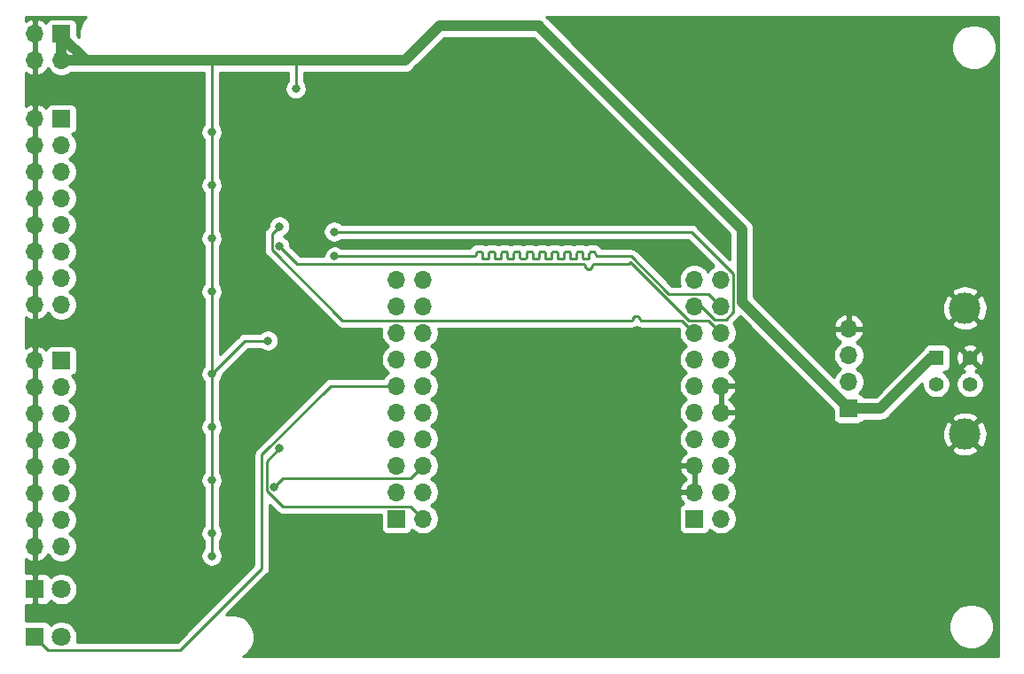
<source format=gbl>
G04 #@! TF.GenerationSoftware,KiCad,Pcbnew,(5.1.9)-1*
G04 #@! TF.CreationDate,2021-06-24T21:47:46+02:00*
G04 #@! TF.ProjectId,cypress_inp,63797072-6573-4735-9f69-6e702e6b6963,1.0*
G04 #@! TF.SameCoordinates,Original*
G04 #@! TF.FileFunction,Copper,L2,Bot*
G04 #@! TF.FilePolarity,Positive*
%FSLAX46Y46*%
G04 Gerber Fmt 4.6, Leading zero omitted, Abs format (unit mm)*
G04 Created by KiCad (PCBNEW (5.1.9)-1) date 2021-06-24 21:47:46*
%MOMM*%
%LPD*%
G01*
G04 APERTURE LIST*
G04 #@! TA.AperFunction,ComponentPad*
%ADD10C,1.800000*%
G04 #@! TD*
G04 #@! TA.AperFunction,ComponentPad*
%ADD11R,1.800000X1.800000*%
G04 #@! TD*
G04 #@! TA.AperFunction,ComponentPad*
%ADD12O,1.700000X1.700000*%
G04 #@! TD*
G04 #@! TA.AperFunction,ComponentPad*
%ADD13R,1.700000X1.700000*%
G04 #@! TD*
G04 #@! TA.AperFunction,ComponentPad*
%ADD14C,1.400000*%
G04 #@! TD*
G04 #@! TA.AperFunction,ComponentPad*
%ADD15C,3.000000*%
G04 #@! TD*
G04 #@! TA.AperFunction,ComponentPad*
%ADD16R,1.400000X1.400000*%
G04 #@! TD*
G04 #@! TA.AperFunction,ViaPad*
%ADD17C,0.800000*%
G04 #@! TD*
G04 #@! TA.AperFunction,Conductor*
%ADD18C,1.000000*%
G04 #@! TD*
G04 #@! TA.AperFunction,Conductor*
%ADD19C,0.250000*%
G04 #@! TD*
G04 #@! TA.AperFunction,Conductor*
%ADD20C,0.254000*%
G04 #@! TD*
G04 #@! TA.AperFunction,Conductor*
%ADD21C,0.140000*%
G04 #@! TD*
G04 APERTURE END LIST*
D10*
X63246000Y-129286000D03*
D11*
X60706000Y-129286000D03*
D10*
X63246000Y-124714000D03*
D11*
X60706000Y-124714000D03*
D12*
X97790000Y-95123000D03*
X95250000Y-95123000D03*
X97790000Y-97663000D03*
X95250000Y-97663000D03*
X97790000Y-100203000D03*
X95250000Y-100203000D03*
X97790000Y-102743000D03*
X95250000Y-102743000D03*
X97790000Y-105283000D03*
X95250000Y-105283000D03*
X97790000Y-107823000D03*
X95250000Y-107823000D03*
X97790000Y-110363000D03*
X95250000Y-110363000D03*
X97790000Y-112903000D03*
X95250000Y-112903000D03*
X97790000Y-115443000D03*
X95250000Y-115443000D03*
X97790000Y-117983000D03*
D13*
X95250000Y-117983000D03*
D12*
X126238000Y-95123000D03*
X123698000Y-95123000D03*
X126238000Y-97663000D03*
X123698000Y-97663000D03*
X126238000Y-100203000D03*
X123698000Y-100203000D03*
X126238000Y-102743000D03*
X123698000Y-102743000D03*
X126238000Y-105283000D03*
X123698000Y-105283000D03*
X126238000Y-107823000D03*
X123698000Y-107823000D03*
X126238000Y-110363000D03*
X123698000Y-110363000D03*
X126238000Y-112903000D03*
X123698000Y-112903000D03*
X126238000Y-115443000D03*
X123698000Y-115443000D03*
X126238000Y-117983000D03*
D13*
X123698000Y-117983000D03*
D14*
X146812000Y-105116000D03*
D15*
X149522000Y-109886000D03*
D16*
X146812000Y-102616000D03*
D14*
X150012000Y-105116000D03*
X150012000Y-102616000D03*
D15*
X149522000Y-97846000D03*
D12*
X138430000Y-99822000D03*
X138430000Y-102362000D03*
X138430000Y-104902000D03*
D13*
X138430000Y-107442000D03*
D12*
X60706000Y-74168000D03*
X63246000Y-74168000D03*
X60706000Y-71628000D03*
D13*
X63246000Y-71628000D03*
D12*
X60706000Y-97536000D03*
X63246000Y-97536000D03*
X60706000Y-94996000D03*
X63246000Y-94996000D03*
X60706000Y-92456000D03*
X63246000Y-92456000D03*
X60706000Y-89916000D03*
X63246000Y-89916000D03*
X60706000Y-87376000D03*
X63246000Y-87376000D03*
X60706000Y-84836000D03*
X63246000Y-84836000D03*
X60706000Y-82296000D03*
X63246000Y-82296000D03*
X60706000Y-79756000D03*
D13*
X63246000Y-79756000D03*
D12*
X60706000Y-120650000D03*
X63246000Y-120650000D03*
X60706000Y-118110000D03*
X63246000Y-118110000D03*
X60706000Y-115570000D03*
X63246000Y-115570000D03*
X60706000Y-113030000D03*
X63246000Y-113030000D03*
X60706000Y-110490000D03*
X63246000Y-110490000D03*
X60706000Y-107950000D03*
X63246000Y-107950000D03*
X60706000Y-105410000D03*
X63246000Y-105410000D03*
X60706000Y-102870000D03*
D13*
X63246000Y-102870000D03*
D17*
X80518000Y-118872000D03*
X77597000Y-81026000D03*
X77597000Y-86106000D03*
X77597000Y-91186000D03*
X77597000Y-96266000D03*
X77597000Y-104140000D03*
X77597000Y-109220000D03*
X77597000Y-114300000D03*
X77597000Y-119380000D03*
X77597000Y-121539000D03*
X85636500Y-76873500D03*
X82969500Y-100965000D03*
X83566000Y-114935000D03*
X84074000Y-111252000D03*
X89344500Y-92900500D03*
X89281000Y-90551000D03*
X84074000Y-91948000D03*
X84074000Y-90043000D03*
D18*
X63269999Y-74191999D02*
X63246000Y-74168000D01*
X63246000Y-71628000D02*
X63246000Y-74168000D01*
X63246000Y-71628000D02*
X63246000Y-71882000D01*
X65555999Y-74191999D02*
X63269999Y-74191999D01*
X63246000Y-71882000D02*
X65555999Y-74191999D01*
X146812000Y-102616000D02*
X146304000Y-102616000D01*
X141478000Y-107442000D02*
X138430000Y-107442000D01*
X146304000Y-102616000D02*
X141478000Y-107442000D01*
X108833999Y-70889999D02*
X108810000Y-70866000D01*
X99361998Y-70866000D02*
X96035999Y-74191999D01*
X108810000Y-70866000D02*
X99361998Y-70866000D01*
D19*
X77597000Y-81026000D02*
X77597000Y-86106000D01*
X77597000Y-86106000D02*
X77597000Y-91186000D01*
X77597000Y-91186000D02*
X77597000Y-96266000D01*
X77597000Y-96266000D02*
X77597000Y-103886000D01*
X77597000Y-103886000D02*
X77597000Y-109220000D01*
X77597000Y-109220000D02*
X77597000Y-114300000D01*
X77597000Y-114300000D02*
X77597000Y-119380000D01*
X77597000Y-120904000D02*
X77597000Y-121412000D01*
X77597000Y-119380000D02*
X77597000Y-120904000D01*
X77597000Y-120904000D02*
X77597000Y-121158000D01*
X77597000Y-74215998D02*
X77620999Y-74191999D01*
X77597000Y-81026000D02*
X77597000Y-74215998D01*
D18*
X77620999Y-74191999D02*
X65555999Y-74191999D01*
D19*
X85636500Y-74304498D02*
X85748999Y-74191999D01*
X85636500Y-76873500D02*
X85636500Y-74304498D01*
D18*
X85748999Y-74191999D02*
X77620999Y-74191999D01*
X96035999Y-74191999D02*
X85748999Y-74191999D01*
X128238010Y-97250010D02*
X138430000Y-107442000D01*
X128238010Y-90294010D02*
X128238010Y-97250010D01*
X108810000Y-70866000D02*
X128238010Y-90294010D01*
D19*
X80772000Y-100965000D02*
X77597000Y-104140000D01*
X82969500Y-100965000D02*
X80772000Y-100965000D01*
X96614999Y-114078001D02*
X97790000Y-112903000D01*
X84422999Y-114078001D02*
X96614999Y-114078001D01*
X83566000Y-114935000D02*
X84422999Y-114078001D01*
X96614999Y-116807999D02*
X97790000Y-117983000D01*
X84365997Y-116807999D02*
X96614999Y-116807999D01*
X82840999Y-115283001D02*
X84365997Y-116807999D01*
X82840999Y-112485001D02*
X82840999Y-115283001D01*
X84074000Y-111252000D02*
X82840999Y-112485001D01*
X97814284Y-92900500D02*
X89344500Y-92900500D01*
X102592002Y-92900500D02*
X97814284Y-92900500D01*
X102647298Y-92894269D02*
X102592002Y-92900500D01*
X102699821Y-92875890D02*
X102647298Y-92894269D01*
X102746937Y-92846285D02*
X102699821Y-92875890D01*
X102786285Y-92806937D02*
X102746937Y-92846285D01*
X102815890Y-92759821D02*
X102786285Y-92806937D01*
X102834269Y-92707298D02*
X102815890Y-92759821D01*
X102846730Y-92596705D02*
X102834269Y-92707298D01*
X102865109Y-92544182D02*
X102846730Y-92596705D01*
X102894714Y-92497066D02*
X102865109Y-92544182D01*
X102934062Y-92457718D02*
X102894714Y-92497066D01*
X102981178Y-92428113D02*
X102934062Y-92457718D01*
X103033701Y-92409734D02*
X102981178Y-92428113D01*
X103088998Y-92403504D02*
X103033701Y-92409734D01*
X103192002Y-92403504D02*
X103088998Y-92403504D01*
X103247298Y-92409734D02*
X103192002Y-92403504D01*
X103299821Y-92428113D02*
X103247298Y-92409734D01*
X103346937Y-92457718D02*
X103299821Y-92428113D01*
X103386285Y-92497066D02*
X103346937Y-92457718D01*
X103415890Y-92544182D02*
X103386285Y-92497066D01*
X103434269Y-92596705D02*
X103415890Y-92544182D01*
X103440500Y-92652002D02*
X103434269Y-92596705D01*
X103440500Y-93023998D02*
X103440500Y-92652002D01*
X103443596Y-93051479D02*
X103440500Y-93023998D01*
X103452730Y-93077582D02*
X103443596Y-93051479D01*
X103467443Y-93100998D02*
X103452730Y-93077582D01*
X103486998Y-93120553D02*
X103467443Y-93100998D01*
X103510414Y-93135266D02*
X103486998Y-93120553D01*
X103536517Y-93144400D02*
X103510414Y-93135266D01*
X103563998Y-93147496D02*
X103536517Y-93144400D01*
X103917002Y-93147496D02*
X103563998Y-93147496D01*
X103944482Y-93144400D02*
X103917002Y-93147496D01*
X103970585Y-93135266D02*
X103944482Y-93144400D01*
X103994001Y-93120553D02*
X103970585Y-93135266D01*
X104013556Y-93100998D02*
X103994001Y-93120553D01*
X104028269Y-93077582D02*
X104013556Y-93100998D01*
X104037403Y-93051479D02*
X104028269Y-93077582D01*
X104040500Y-93023998D02*
X104037403Y-93051479D01*
X104040500Y-92652002D02*
X104040500Y-93023998D01*
X104046730Y-92596705D02*
X104040500Y-92652002D01*
X104065109Y-92544182D02*
X104046730Y-92596705D01*
X104094714Y-92497066D02*
X104065109Y-92544182D01*
X104134062Y-92457718D02*
X104094714Y-92497066D01*
X104181178Y-92428113D02*
X104134062Y-92457718D01*
X104233701Y-92409734D02*
X104181178Y-92428113D01*
X104288998Y-92403504D02*
X104233701Y-92409734D01*
X104392002Y-92403504D02*
X104288998Y-92403504D01*
X104447298Y-92409734D02*
X104392002Y-92403504D01*
X104499821Y-92428113D02*
X104447298Y-92409734D01*
X104546937Y-92457718D02*
X104499821Y-92428113D01*
X104586285Y-92497066D02*
X104546937Y-92457718D01*
X104615890Y-92544182D02*
X104586285Y-92497066D01*
X104634269Y-92596705D02*
X104615890Y-92544182D01*
X104640500Y-92652002D02*
X104634269Y-92596705D01*
X104640500Y-93023998D02*
X104640500Y-92652002D01*
X104643596Y-93051479D02*
X104640500Y-93023998D01*
X104652730Y-93077582D02*
X104643596Y-93051479D01*
X104667443Y-93100998D02*
X104652730Y-93077582D01*
X104686998Y-93120553D02*
X104667443Y-93100998D01*
X104710414Y-93135266D02*
X104686998Y-93120553D01*
X104736517Y-93144400D02*
X104710414Y-93135266D01*
X104763998Y-93147496D02*
X104736517Y-93144400D01*
X105117002Y-93147496D02*
X104763998Y-93147496D01*
X105144482Y-93144400D02*
X105117002Y-93147496D01*
X105170585Y-93135266D02*
X105144482Y-93144400D01*
X110040500Y-92652002D02*
X110040500Y-93023998D01*
X110065109Y-92544182D02*
X110046730Y-92596705D01*
X110094714Y-92497066D02*
X110065109Y-92544182D01*
X110181178Y-92428113D02*
X110134062Y-92457718D01*
X110233701Y-92409734D02*
X110181178Y-92428113D01*
X110615890Y-92544182D02*
X110586285Y-92497066D01*
X110640500Y-93023998D02*
X110640500Y-92652002D01*
X110643596Y-93051479D02*
X110640500Y-93023998D01*
X110710414Y-93135266D02*
X110686998Y-93120553D01*
X111117002Y-93147496D02*
X110763998Y-93147496D01*
X111144482Y-93144400D02*
X111117002Y-93147496D01*
X111170585Y-93135266D02*
X111144482Y-93144400D01*
X111194001Y-93120553D02*
X111170585Y-93135266D01*
X111213556Y-93100998D02*
X111194001Y-93120553D01*
X111228269Y-93077582D02*
X111213556Y-93100998D01*
X111237403Y-93051479D02*
X111228269Y-93077582D01*
X111240500Y-93023998D02*
X111237403Y-93051479D01*
X111240500Y-92652002D02*
X111240500Y-93023998D01*
X111246730Y-92596705D02*
X111240500Y-92652002D01*
X111265109Y-92544182D02*
X111246730Y-92596705D01*
X111294714Y-92497066D02*
X111265109Y-92544182D01*
X111334062Y-92457718D02*
X111294714Y-92497066D01*
X111381178Y-92428113D02*
X111334062Y-92457718D01*
X111433701Y-92409734D02*
X111381178Y-92428113D01*
X111488998Y-92403504D02*
X111433701Y-92409734D01*
X111592002Y-92403504D02*
X111488998Y-92403504D01*
X111647298Y-92409734D02*
X111592002Y-92403504D01*
X111699821Y-92428113D02*
X111647298Y-92409734D01*
X111746937Y-92457718D02*
X111699821Y-92428113D01*
X111786285Y-92497066D02*
X111746937Y-92457718D01*
X111815890Y-92544182D02*
X111786285Y-92497066D01*
X111834269Y-92596705D02*
X111815890Y-92544182D01*
X111840500Y-92652002D02*
X111834269Y-92596705D01*
X111840500Y-93023998D02*
X111840500Y-92652002D01*
X111843596Y-93051479D02*
X111840500Y-93023998D01*
X111852730Y-93077582D02*
X111843596Y-93051479D01*
X111867443Y-93100998D02*
X111852730Y-93077582D01*
X111886998Y-93120553D02*
X111867443Y-93100998D01*
X111910414Y-93135266D02*
X111886998Y-93120553D01*
X111936517Y-93144400D02*
X111910414Y-93135266D01*
X111963998Y-93147496D02*
X111936517Y-93144400D01*
X112317002Y-93147496D02*
X111963998Y-93147496D01*
X112344482Y-93144400D02*
X112317002Y-93147496D01*
X112370585Y-93135266D02*
X112344482Y-93144400D01*
X112394001Y-93120553D02*
X112370585Y-93135266D01*
X112413556Y-93100998D02*
X112394001Y-93120553D01*
X112428269Y-93077582D02*
X112413556Y-93100998D01*
X112437403Y-93051479D02*
X112428269Y-93077582D01*
X112440500Y-93023998D02*
X112437403Y-93051479D01*
X112440500Y-92652002D02*
X112440500Y-93023998D01*
X113642002Y-92652002D02*
X113642002Y-92900500D01*
X110634269Y-92596705D02*
X110615890Y-92544182D01*
X113648232Y-92596705D02*
X113642002Y-92652002D01*
X113735564Y-92457718D02*
X113696216Y-92497066D01*
X110652730Y-93077582D02*
X110643596Y-93051479D01*
X113782680Y-92428113D02*
X113735564Y-92457718D01*
X105699821Y-92428113D02*
X105647298Y-92409734D01*
X113890500Y-92403504D02*
X113835203Y-92409734D01*
X105265109Y-92544182D02*
X105246730Y-92596705D01*
X113086998Y-93120553D02*
X113067443Y-93100998D01*
X113642002Y-92900500D02*
X113640500Y-92900500D01*
X105786285Y-92497066D02*
X105746937Y-92457718D01*
X110499821Y-92428113D02*
X110447298Y-92409734D01*
X113993504Y-92403504D02*
X113890500Y-92403504D01*
X105488998Y-92403504D02*
X105433701Y-92409734D01*
X110028269Y-93077582D02*
X110013556Y-93100998D01*
X114048800Y-92409734D02*
X113993504Y-92403504D01*
X112946937Y-92457718D02*
X112899821Y-92428113D01*
X110586285Y-92497066D02*
X110546937Y-92457718D01*
X113640500Y-92900500D02*
X113640500Y-93023998D01*
X110046730Y-92596705D02*
X110040500Y-92652002D01*
X114148439Y-92457718D02*
X114101323Y-92428113D01*
X110667443Y-93100998D02*
X110652730Y-93077582D01*
X114187787Y-92497066D02*
X114148439Y-92457718D01*
X105334062Y-92457718D02*
X105294714Y-92497066D01*
X113640500Y-93023998D02*
X113637403Y-93051479D01*
X105867443Y-93100998D02*
X105852730Y-93077582D01*
X125062999Y-96487999D02*
X121255819Y-96487999D01*
X105237403Y-93051479D02*
X105228269Y-93077582D01*
X110736517Y-93144400D02*
X110710414Y-93135266D01*
X114235771Y-92596705D02*
X114217392Y-92544182D01*
X105843596Y-93051479D02*
X105840500Y-93023998D01*
X110640500Y-92652002D02*
X110634269Y-92596705D01*
X121255819Y-96487999D02*
X117668320Y-92900500D01*
X113015890Y-92544182D02*
X112986285Y-92497066D01*
X113666611Y-92544182D02*
X113648232Y-92596705D01*
X117668320Y-92900500D02*
X114490500Y-92900500D01*
X105228269Y-93077582D02*
X105213556Y-93100998D01*
X114101323Y-92428113D02*
X114048800Y-92409734D01*
X105910414Y-93135266D02*
X105886998Y-93120553D01*
X114382680Y-92875890D02*
X114335564Y-92846285D01*
X114248232Y-92707298D02*
X114235771Y-92596705D01*
X105592002Y-92403504D02*
X105488998Y-92403504D01*
X112688998Y-92403504D02*
X112633701Y-92409734D01*
X114490500Y-92900500D02*
X114435203Y-92894269D01*
X112494714Y-92497066D02*
X112465109Y-92544182D01*
X126238000Y-97663000D02*
X125062999Y-96487999D01*
X105840500Y-92652002D02*
X105834269Y-92596705D01*
X112792002Y-92403504D02*
X112688998Y-92403504D01*
X110037403Y-93051479D02*
X110028269Y-93077582D01*
X113835203Y-92409734D02*
X113782680Y-92428113D01*
X113052730Y-93077582D02*
X113043596Y-93051479D01*
X114435203Y-92894269D02*
X114382680Y-92875890D01*
X110546937Y-92457718D02*
X110499821Y-92428113D01*
X113696216Y-92497066D02*
X113666611Y-92544182D01*
X114266611Y-92759821D02*
X114248232Y-92707298D01*
X105886998Y-93120553D02*
X105867443Y-93100998D01*
X114335564Y-92846285D02*
X114296216Y-92806937D01*
X105381178Y-92428113D02*
X105334062Y-92457718D01*
X110040500Y-93023998D02*
X110037403Y-93051479D01*
X114296216Y-92806937D02*
X114266611Y-92759821D01*
X112446730Y-92596705D02*
X112440500Y-92652002D01*
X110134062Y-92457718D02*
X110094714Y-92497066D01*
X114217392Y-92544182D02*
X114187787Y-92497066D01*
X105240500Y-92652002D02*
X105240500Y-93023998D01*
X113637403Y-93051479D02*
X113628269Y-93077582D01*
X113034269Y-92596705D02*
X113015890Y-92544182D01*
X110686998Y-93120553D02*
X110667443Y-93100998D01*
X113628269Y-93077582D02*
X113613556Y-93100998D01*
X105647298Y-92409734D02*
X105592002Y-92403504D01*
X112847298Y-92409734D02*
X112792002Y-92403504D01*
X110763998Y-93147496D02*
X110736517Y-93144400D01*
X113613556Y-93100998D02*
X113594001Y-93120553D01*
X113040500Y-92652002D02*
X113034269Y-92596705D01*
X110447298Y-92409734D02*
X110392002Y-92403504D01*
X113594001Y-93120553D02*
X113570585Y-93135266D01*
X105840500Y-93023998D02*
X105840500Y-92652002D01*
X110288998Y-92403504D02*
X110233701Y-92409734D01*
X113570585Y-93135266D02*
X113544482Y-93144400D01*
X105815890Y-92544182D02*
X105786285Y-92497066D01*
X112465109Y-92544182D02*
X112446730Y-92596705D01*
X110392002Y-92403504D02*
X110288998Y-92403504D01*
X113544482Y-93144400D02*
X113517002Y-93147496D01*
X112581178Y-92428113D02*
X112534062Y-92457718D01*
X113517002Y-93147496D02*
X113163998Y-93147496D01*
X105194001Y-93120553D02*
X105170585Y-93135266D01*
X113163998Y-93147496D02*
X113136517Y-93144400D01*
X113136517Y-93144400D02*
X113110414Y-93135266D01*
X113110414Y-93135266D02*
X113086998Y-93120553D01*
X113067443Y-93100998D02*
X113052730Y-93077582D01*
X113043596Y-93051479D02*
X113040500Y-93023998D01*
X113040500Y-93023998D02*
X113040500Y-92652002D01*
X112986285Y-92497066D02*
X112946937Y-92457718D01*
X112899821Y-92428113D02*
X112847298Y-92409734D01*
X112633701Y-92409734D02*
X112581178Y-92428113D01*
X112534062Y-92457718D02*
X112494714Y-92497066D01*
X110013556Y-93100998D02*
X109994001Y-93120553D01*
X109994001Y-93120553D02*
X109970585Y-93135266D01*
X109970585Y-93135266D02*
X109944482Y-93144400D01*
X109944482Y-93144400D02*
X109917002Y-93147496D01*
X109917002Y-93147496D02*
X109563998Y-93147496D01*
X109563998Y-93147496D02*
X109536517Y-93144400D01*
X109536517Y-93144400D02*
X109510414Y-93135266D01*
X109510414Y-93135266D02*
X109486998Y-93120553D01*
X109486998Y-93120553D02*
X109467443Y-93100998D01*
X109467443Y-93100998D02*
X109452730Y-93077582D01*
X109452730Y-93077582D02*
X109443596Y-93051479D01*
X109443596Y-93051479D02*
X109440500Y-93023998D01*
X109440500Y-93023998D02*
X109440500Y-92652002D01*
X109440500Y-92652002D02*
X109434269Y-92596705D01*
X109434269Y-92596705D02*
X109415890Y-92544182D01*
X109415890Y-92544182D02*
X109386285Y-92497066D01*
X109386285Y-92497066D02*
X109346937Y-92457718D01*
X109346937Y-92457718D02*
X109299821Y-92428113D01*
X109299821Y-92428113D02*
X109247298Y-92409734D01*
X109247298Y-92409734D02*
X109192002Y-92403504D01*
X109192002Y-92403504D02*
X109088998Y-92403504D01*
X109088998Y-92403504D02*
X109033701Y-92409734D01*
X109033701Y-92409734D02*
X108981178Y-92428113D01*
X108981178Y-92428113D02*
X108934062Y-92457718D01*
X108934062Y-92457718D02*
X108894714Y-92497066D01*
X108894714Y-92497066D02*
X108865109Y-92544182D01*
X108865109Y-92544182D02*
X108846730Y-92596705D01*
X108846730Y-92596705D02*
X108840500Y-92652002D01*
X108840500Y-92652002D02*
X108840500Y-93023998D01*
X108840500Y-93023998D02*
X108837403Y-93051479D01*
X108837403Y-93051479D02*
X108828269Y-93077582D01*
X108828269Y-93077582D02*
X108813556Y-93100998D01*
X108813556Y-93100998D02*
X108794001Y-93120553D01*
X108794001Y-93120553D02*
X108770585Y-93135266D01*
X108770585Y-93135266D02*
X108744482Y-93144400D01*
X108744482Y-93144400D02*
X108717002Y-93147496D01*
X108717002Y-93147496D02*
X108363998Y-93147496D01*
X108363998Y-93147496D02*
X108336517Y-93144400D01*
X108336517Y-93144400D02*
X108310414Y-93135266D01*
X108310414Y-93135266D02*
X108286998Y-93120553D01*
X108286998Y-93120553D02*
X108267443Y-93100998D01*
X108267443Y-93100998D02*
X108252730Y-93077582D01*
X108252730Y-93077582D02*
X108243596Y-93051479D01*
X108243596Y-93051479D02*
X108240500Y-93023998D01*
X108240500Y-93023998D02*
X108240500Y-92652002D01*
X108240500Y-92652002D02*
X108234269Y-92596705D01*
X108234269Y-92596705D02*
X108215890Y-92544182D01*
X108215890Y-92544182D02*
X108186285Y-92497066D01*
X108186285Y-92497066D02*
X108146937Y-92457718D01*
X108146937Y-92457718D02*
X108099821Y-92428113D01*
X108099821Y-92428113D02*
X108047298Y-92409734D01*
X108047298Y-92409734D02*
X107992002Y-92403504D01*
X107992002Y-92403504D02*
X107888998Y-92403504D01*
X107888998Y-92403504D02*
X107833701Y-92409734D01*
X107833701Y-92409734D02*
X107781178Y-92428113D01*
X107781178Y-92428113D02*
X107734062Y-92457718D01*
X107734062Y-92457718D02*
X107694714Y-92497066D01*
X107694714Y-92497066D02*
X107665109Y-92544182D01*
X107665109Y-92544182D02*
X107646730Y-92596705D01*
X107646730Y-92596705D02*
X107640500Y-92652002D01*
X107640500Y-92652002D02*
X107640500Y-93023998D01*
X107640500Y-93023998D02*
X107637403Y-93051479D01*
X107637403Y-93051479D02*
X107628269Y-93077582D01*
X107628269Y-93077582D02*
X107613556Y-93100998D01*
X107613556Y-93100998D02*
X107594001Y-93120553D01*
X107594001Y-93120553D02*
X107570585Y-93135266D01*
X107570585Y-93135266D02*
X107544482Y-93144400D01*
X107544482Y-93144400D02*
X107517002Y-93147496D01*
X107517002Y-93147496D02*
X107163998Y-93147496D01*
X107163998Y-93147496D02*
X107136517Y-93144400D01*
X107136517Y-93144400D02*
X107110414Y-93135266D01*
X107110414Y-93135266D02*
X107086998Y-93120553D01*
X107086998Y-93120553D02*
X107067443Y-93100998D01*
X107067443Y-93100998D02*
X107052730Y-93077582D01*
X107052730Y-93077582D02*
X107043596Y-93051479D01*
X107043596Y-93051479D02*
X107040500Y-93023998D01*
X107040500Y-93023998D02*
X107040500Y-92652002D01*
X107040500Y-92652002D02*
X107034269Y-92596705D01*
X107034269Y-92596705D02*
X107015890Y-92544182D01*
X107015890Y-92544182D02*
X106986285Y-92497066D01*
X106986285Y-92497066D02*
X106946937Y-92457718D01*
X106946937Y-92457718D02*
X106899821Y-92428113D01*
X106899821Y-92428113D02*
X106847298Y-92409734D01*
X106847298Y-92409734D02*
X106792002Y-92403504D01*
X106792002Y-92403504D02*
X106688998Y-92403504D01*
X106688998Y-92403504D02*
X106633701Y-92409734D01*
X106633701Y-92409734D02*
X106581178Y-92428113D01*
X106581178Y-92428113D02*
X106534062Y-92457718D01*
X106534062Y-92457718D02*
X106494714Y-92497066D01*
X106494714Y-92497066D02*
X106465109Y-92544182D01*
X106465109Y-92544182D02*
X106446730Y-92596705D01*
X106446730Y-92596705D02*
X106440500Y-92652002D01*
X106440500Y-92652002D02*
X106440500Y-93023998D01*
X106440500Y-93023998D02*
X106437403Y-93051479D01*
X106437403Y-93051479D02*
X106428269Y-93077582D01*
X106428269Y-93077582D02*
X106413556Y-93100998D01*
X106413556Y-93100998D02*
X106394001Y-93120553D01*
X106394001Y-93120553D02*
X106370585Y-93135266D01*
X106370585Y-93135266D02*
X106344482Y-93144400D01*
X106344482Y-93144400D02*
X106317002Y-93147496D01*
X106317002Y-93147496D02*
X105963998Y-93147496D01*
X105963998Y-93147496D02*
X105936517Y-93144400D01*
X105936517Y-93144400D02*
X105910414Y-93135266D01*
X105852730Y-93077582D02*
X105843596Y-93051479D01*
X105834269Y-92596705D02*
X105815890Y-92544182D01*
X105746937Y-92457718D02*
X105699821Y-92428113D01*
X105433701Y-92409734D02*
X105381178Y-92428113D01*
X105294714Y-92497066D02*
X105265109Y-92544182D01*
X105246730Y-92596705D02*
X105240500Y-92652002D01*
X105240500Y-93023998D02*
X105237403Y-93051479D01*
X105213556Y-93100998D02*
X105194001Y-93120553D01*
X124334410Y-97663000D02*
X123698000Y-97663000D01*
X125604410Y-98933000D02*
X124334410Y-97663000D01*
X126707002Y-98933000D02*
X125604410Y-98933000D01*
X127413001Y-98227001D02*
X126707002Y-98933000D01*
X127413001Y-94558999D02*
X127413001Y-98227001D01*
X123405002Y-90551000D02*
X127413001Y-94558999D01*
X89281000Y-90551000D02*
X123405002Y-90551000D01*
X85751501Y-93625501D02*
X84074000Y-91948000D01*
X113055001Y-93625501D02*
X85751501Y-93625501D01*
X113109685Y-93631663D02*
X113055001Y-93625501D01*
X113161627Y-93649838D02*
X113109685Y-93631663D01*
X113208222Y-93679116D02*
X113161627Y-93649838D01*
X113906911Y-93816566D02*
X113894588Y-93925935D01*
X113247135Y-93718029D02*
X113208222Y-93679116D01*
X113993277Y-93679116D02*
X113954364Y-93718029D01*
X113925086Y-93764624D02*
X113906911Y-93816566D01*
X113954364Y-93718029D02*
X113925086Y-93764624D01*
X114146499Y-93625501D02*
X114091814Y-93631663D01*
X113894588Y-93925935D02*
X113876413Y-93977877D01*
X114091814Y-93631663D02*
X114039872Y-93649838D01*
X117449909Y-93625501D02*
X114146499Y-93625501D01*
X125062999Y-99027999D02*
X123159409Y-99027999D01*
X113709685Y-94110838D02*
X113655001Y-94116999D01*
X114039872Y-93649838D02*
X113993277Y-93679116D01*
X126238000Y-100203000D02*
X125062999Y-99027999D01*
X117603410Y-93472000D02*
X117449909Y-93625501D01*
X123159409Y-99027999D02*
X117603410Y-93472000D01*
X113325086Y-93977877D02*
X113306911Y-93925935D01*
X113876413Y-93977877D02*
X113847135Y-94024472D01*
X113294588Y-93816566D02*
X113276413Y-93764624D01*
X113847135Y-94024472D02*
X113808222Y-94063385D01*
X113808222Y-94063385D02*
X113761627Y-94092663D01*
X113761627Y-94092663D02*
X113709685Y-94110838D01*
X113276413Y-93764624D02*
X113247135Y-93718029D01*
X113655001Y-94116999D02*
X113546499Y-94116999D01*
X113546499Y-94116999D02*
X113491814Y-94110838D01*
X113491814Y-94110838D02*
X113439872Y-94092663D01*
X113439872Y-94092663D02*
X113393277Y-94063385D01*
X113393277Y-94063385D02*
X113354364Y-94024472D01*
X113354364Y-94024472D02*
X113325086Y-93977877D01*
X113306911Y-93925935D02*
X113294588Y-93816566D01*
X83348999Y-90768001D02*
X84074000Y-90043000D01*
X83348999Y-92296001D02*
X83348999Y-90768001D01*
X90080997Y-99027999D02*
X83348999Y-92296001D01*
X117660489Y-99027999D02*
X90080997Y-99027999D01*
X118381917Y-98680976D02*
X118344990Y-98657773D01*
X118606663Y-99023116D02*
X118565499Y-99008712D01*
X118412755Y-98711814D02*
X118381917Y-98680976D01*
X118050001Y-98638487D02*
X118006663Y-98643369D01*
X118450362Y-98789905D02*
X118435958Y-98748741D01*
X118435958Y-98748741D02*
X118412755Y-98711814D01*
X123698000Y-100203000D02*
X122522999Y-99027999D01*
X118460127Y-98876580D02*
X118450362Y-98789905D01*
X118474531Y-98917744D02*
X118460127Y-98876580D01*
X118565499Y-99008712D02*
X118528572Y-98985509D01*
X118650001Y-99027999D02*
X118606663Y-99023116D01*
X117850362Y-98876580D02*
X117835958Y-98917744D01*
X122522999Y-99027999D02*
X118650001Y-99027999D01*
X118528572Y-98985509D02*
X118497734Y-98954671D01*
X118344990Y-98657773D02*
X118303826Y-98643369D01*
X117860127Y-98789905D02*
X117850362Y-98876580D01*
X118303826Y-98643369D02*
X118260489Y-98638487D01*
X118260489Y-98638487D02*
X118050001Y-98638487D01*
X118006663Y-98643369D02*
X117965499Y-98657773D01*
X118497734Y-98954671D02*
X118474531Y-98917744D01*
X117965499Y-98657773D02*
X117928572Y-98680976D01*
X117928572Y-98680976D02*
X117897734Y-98711814D01*
X117897734Y-98711814D02*
X117874531Y-98748741D01*
X117874531Y-98748741D02*
X117860127Y-98789905D01*
X117835958Y-98917744D02*
X117812755Y-98954671D01*
X117812755Y-98954671D02*
X117781917Y-98985509D01*
X117744990Y-99008712D02*
X117703826Y-99023116D01*
X117781917Y-98985509D02*
X117744990Y-99008712D01*
X117703826Y-99023116D02*
X117660489Y-99027999D01*
X88969998Y-105283000D02*
X95250000Y-105283000D01*
X82390990Y-111862008D02*
X88969998Y-105283000D01*
X82390990Y-122714010D02*
X82390990Y-111862008D01*
X74593999Y-130511001D02*
X82390990Y-122714010D01*
X61931001Y-130511001D02*
X74593999Y-130511001D01*
X60706000Y-129286000D02*
X61931001Y-130511001D01*
D20*
X152756001Y-131166000D02*
X80593383Y-131166000D01*
X80884977Y-130971163D01*
X81187163Y-130668977D01*
X81424588Y-130313645D01*
X81588130Y-129918821D01*
X81671503Y-129499677D01*
X81671503Y-129072323D01*
X81588130Y-128653179D01*
X81424588Y-128258355D01*
X81289595Y-128056323D01*
X147944497Y-128056323D01*
X147944497Y-128483677D01*
X148027870Y-128902821D01*
X148191412Y-129297645D01*
X148428837Y-129652977D01*
X148731023Y-129955163D01*
X149086355Y-130192588D01*
X149481179Y-130356130D01*
X149900323Y-130439503D01*
X150327677Y-130439503D01*
X150746821Y-130356130D01*
X151141645Y-130192588D01*
X151496977Y-129955163D01*
X151799163Y-129652977D01*
X152036588Y-129297645D01*
X152200130Y-128902821D01*
X152283503Y-128483677D01*
X152283503Y-128056323D01*
X152200130Y-127637179D01*
X152036588Y-127242355D01*
X151799163Y-126887023D01*
X151496977Y-126584837D01*
X151141645Y-126347412D01*
X150746821Y-126183870D01*
X150327677Y-126100497D01*
X149900323Y-126100497D01*
X149481179Y-126183870D01*
X149086355Y-126347412D01*
X148731023Y-126584837D01*
X148428837Y-126887023D01*
X148191412Y-127242355D01*
X148027870Y-127637179D01*
X147944497Y-128056323D01*
X81289595Y-128056323D01*
X81187163Y-127903023D01*
X80884977Y-127600837D01*
X80529645Y-127363412D01*
X80134821Y-127199870D01*
X79715677Y-127116497D01*
X79288323Y-127116497D01*
X79007432Y-127172370D01*
X82901999Y-123277804D01*
X82930991Y-123254011D01*
X82954785Y-123225018D01*
X82954789Y-123225014D01*
X83025963Y-123138287D01*
X83025964Y-123138286D01*
X83096536Y-123006257D01*
X83139993Y-122862996D01*
X83150990Y-122751343D01*
X83150990Y-122751334D01*
X83154666Y-122714011D01*
X83150990Y-122676688D01*
X83150990Y-116667794D01*
X83802197Y-117319001D01*
X83825996Y-117348000D01*
X83941721Y-117442973D01*
X84073750Y-117513545D01*
X84217011Y-117557002D01*
X84328664Y-117567999D01*
X84328674Y-117567999D01*
X84365997Y-117571675D01*
X84403320Y-117567999D01*
X93761928Y-117567999D01*
X93761928Y-118833000D01*
X93774188Y-118957482D01*
X93810498Y-119077180D01*
X93869463Y-119187494D01*
X93948815Y-119284185D01*
X94045506Y-119363537D01*
X94155820Y-119422502D01*
X94275518Y-119458812D01*
X94400000Y-119471072D01*
X96100000Y-119471072D01*
X96224482Y-119458812D01*
X96344180Y-119422502D01*
X96454494Y-119363537D01*
X96551185Y-119284185D01*
X96630537Y-119187494D01*
X96689502Y-119077180D01*
X96711513Y-119004620D01*
X96843368Y-119136475D01*
X97086589Y-119298990D01*
X97356842Y-119410932D01*
X97643740Y-119468000D01*
X97936260Y-119468000D01*
X98223158Y-119410932D01*
X98493411Y-119298990D01*
X98736632Y-119136475D01*
X98943475Y-118929632D01*
X99105990Y-118686411D01*
X99217932Y-118416158D01*
X99275000Y-118129260D01*
X99275000Y-117836740D01*
X99217932Y-117549842D01*
X99105990Y-117279589D01*
X98943475Y-117036368D01*
X98736632Y-116829525D01*
X98562240Y-116713000D01*
X98736632Y-116596475D01*
X98943475Y-116389632D01*
X99105990Y-116146411D01*
X99217932Y-115876158D01*
X99275000Y-115589260D01*
X99275000Y-115296740D01*
X99217932Y-115009842D01*
X99105990Y-114739589D01*
X98943475Y-114496368D01*
X98736632Y-114289525D01*
X98562240Y-114173000D01*
X98736632Y-114056475D01*
X98943475Y-113849632D01*
X99105990Y-113606411D01*
X99217932Y-113336158D01*
X99233102Y-113259890D01*
X122256524Y-113259890D01*
X122301175Y-113407099D01*
X122426359Y-113669920D01*
X122600412Y-113903269D01*
X122816645Y-114098178D01*
X122942255Y-114173000D01*
X122816645Y-114247822D01*
X122600412Y-114442731D01*
X122426359Y-114676080D01*
X122301175Y-114938901D01*
X122256524Y-115086110D01*
X122377845Y-115316000D01*
X123571000Y-115316000D01*
X123571000Y-113030000D01*
X122377845Y-113030000D01*
X122256524Y-113259890D01*
X99233102Y-113259890D01*
X99275000Y-113049260D01*
X99275000Y-112756740D01*
X99217932Y-112469842D01*
X99105990Y-112199589D01*
X98943475Y-111956368D01*
X98736632Y-111749525D01*
X98562240Y-111633000D01*
X98736632Y-111516475D01*
X98943475Y-111309632D01*
X99105990Y-111066411D01*
X99217932Y-110796158D01*
X99275000Y-110509260D01*
X99275000Y-110216740D01*
X99217932Y-109929842D01*
X99105990Y-109659589D01*
X98943475Y-109416368D01*
X98736632Y-109209525D01*
X98562240Y-109093000D01*
X98736632Y-108976475D01*
X98943475Y-108769632D01*
X99105990Y-108526411D01*
X99217932Y-108256158D01*
X99275000Y-107969260D01*
X99275000Y-107676740D01*
X99217932Y-107389842D01*
X99105990Y-107119589D01*
X98943475Y-106876368D01*
X98736632Y-106669525D01*
X98562240Y-106553000D01*
X98736632Y-106436475D01*
X98943475Y-106229632D01*
X99105990Y-105986411D01*
X99217932Y-105716158D01*
X99275000Y-105429260D01*
X99275000Y-105136740D01*
X99217932Y-104849842D01*
X99105990Y-104579589D01*
X98943475Y-104336368D01*
X98736632Y-104129525D01*
X98562240Y-104013000D01*
X98736632Y-103896475D01*
X98943475Y-103689632D01*
X99105990Y-103446411D01*
X99217932Y-103176158D01*
X99275000Y-102889260D01*
X99275000Y-102596740D01*
X99217932Y-102309842D01*
X99105990Y-102039589D01*
X98943475Y-101796368D01*
X98736632Y-101589525D01*
X98562240Y-101473000D01*
X98736632Y-101356475D01*
X98943475Y-101149632D01*
X99105990Y-100906411D01*
X99217932Y-100636158D01*
X99275000Y-100349260D01*
X99275000Y-100056740D01*
X99221544Y-99787999D01*
X117591021Y-99787999D01*
X117596304Y-99788973D01*
X117665766Y-99787999D01*
X117697822Y-99787999D01*
X117703143Y-99787475D01*
X117708485Y-99787400D01*
X117740302Y-99783815D01*
X117768000Y-99781087D01*
X117810582Y-99779294D01*
X117872968Y-99764131D01*
X117935738Y-99750727D01*
X117975530Y-99733587D01*
X118017336Y-99722175D01*
X118074789Y-99693508D01*
X118132996Y-99666475D01*
X118155244Y-99650215D01*
X118177493Y-99666475D01*
X118235700Y-99693508D01*
X118293153Y-99722175D01*
X118334957Y-99733587D01*
X118374753Y-99750728D01*
X118437521Y-99764131D01*
X118499907Y-99779294D01*
X118542490Y-99781087D01*
X118570202Y-99783816D01*
X118602007Y-99787400D01*
X118607346Y-99787475D01*
X118612668Y-99787999D01*
X118644726Y-99787999D01*
X118714188Y-99788973D01*
X118719471Y-99787999D01*
X122208198Y-99787999D01*
X122256791Y-99836592D01*
X122213000Y-100056740D01*
X122213000Y-100349260D01*
X122270068Y-100636158D01*
X122382010Y-100906411D01*
X122544525Y-101149632D01*
X122751368Y-101356475D01*
X122925760Y-101473000D01*
X122751368Y-101589525D01*
X122544525Y-101796368D01*
X122382010Y-102039589D01*
X122270068Y-102309842D01*
X122213000Y-102596740D01*
X122213000Y-102889260D01*
X122270068Y-103176158D01*
X122382010Y-103446411D01*
X122544525Y-103689632D01*
X122751368Y-103896475D01*
X122925760Y-104013000D01*
X122751368Y-104129525D01*
X122544525Y-104336368D01*
X122382010Y-104579589D01*
X122270068Y-104849842D01*
X122213000Y-105136740D01*
X122213000Y-105429260D01*
X122270068Y-105716158D01*
X122382010Y-105986411D01*
X122544525Y-106229632D01*
X122751368Y-106436475D01*
X122925760Y-106553000D01*
X122751368Y-106669525D01*
X122544525Y-106876368D01*
X122382010Y-107119589D01*
X122270068Y-107389842D01*
X122213000Y-107676740D01*
X122213000Y-107969260D01*
X122270068Y-108256158D01*
X122382010Y-108526411D01*
X122544525Y-108769632D01*
X122751368Y-108976475D01*
X122925760Y-109093000D01*
X122751368Y-109209525D01*
X122544525Y-109416368D01*
X122382010Y-109659589D01*
X122270068Y-109929842D01*
X122213000Y-110216740D01*
X122213000Y-110509260D01*
X122270068Y-110796158D01*
X122382010Y-111066411D01*
X122544525Y-111309632D01*
X122751368Y-111516475D01*
X122933534Y-111638195D01*
X122816645Y-111707822D01*
X122600412Y-111902731D01*
X122426359Y-112136080D01*
X122301175Y-112398901D01*
X122256524Y-112546110D01*
X122377845Y-112776000D01*
X123571000Y-112776000D01*
X123571000Y-112756000D01*
X123825000Y-112756000D01*
X123825000Y-112776000D01*
X123845000Y-112776000D01*
X123845000Y-113030000D01*
X123825000Y-113030000D01*
X123825000Y-115316000D01*
X123845000Y-115316000D01*
X123845000Y-115570000D01*
X123825000Y-115570000D01*
X123825000Y-115590000D01*
X123571000Y-115590000D01*
X123571000Y-115570000D01*
X122377845Y-115570000D01*
X122256524Y-115799890D01*
X122301175Y-115947099D01*
X122426359Y-116209920D01*
X122600412Y-116443269D01*
X122684466Y-116519034D01*
X122603820Y-116543498D01*
X122493506Y-116602463D01*
X122396815Y-116681815D01*
X122317463Y-116778506D01*
X122258498Y-116888820D01*
X122222188Y-117008518D01*
X122209928Y-117133000D01*
X122209928Y-118833000D01*
X122222188Y-118957482D01*
X122258498Y-119077180D01*
X122317463Y-119187494D01*
X122396815Y-119284185D01*
X122493506Y-119363537D01*
X122603820Y-119422502D01*
X122723518Y-119458812D01*
X122848000Y-119471072D01*
X124548000Y-119471072D01*
X124672482Y-119458812D01*
X124792180Y-119422502D01*
X124902494Y-119363537D01*
X124999185Y-119284185D01*
X125078537Y-119187494D01*
X125137502Y-119077180D01*
X125159513Y-119004620D01*
X125291368Y-119136475D01*
X125534589Y-119298990D01*
X125804842Y-119410932D01*
X126091740Y-119468000D01*
X126384260Y-119468000D01*
X126671158Y-119410932D01*
X126941411Y-119298990D01*
X127184632Y-119136475D01*
X127391475Y-118929632D01*
X127553990Y-118686411D01*
X127665932Y-118416158D01*
X127723000Y-118129260D01*
X127723000Y-117836740D01*
X127665932Y-117549842D01*
X127553990Y-117279589D01*
X127391475Y-117036368D01*
X127184632Y-116829525D01*
X127010240Y-116713000D01*
X127184632Y-116596475D01*
X127391475Y-116389632D01*
X127553990Y-116146411D01*
X127665932Y-115876158D01*
X127723000Y-115589260D01*
X127723000Y-115296740D01*
X127665932Y-115009842D01*
X127553990Y-114739589D01*
X127391475Y-114496368D01*
X127184632Y-114289525D01*
X127010240Y-114173000D01*
X127184632Y-114056475D01*
X127391475Y-113849632D01*
X127553990Y-113606411D01*
X127665932Y-113336158D01*
X127723000Y-113049260D01*
X127723000Y-112756740D01*
X127665932Y-112469842D01*
X127553990Y-112199589D01*
X127391475Y-111956368D01*
X127184632Y-111749525D01*
X127010240Y-111633000D01*
X127184632Y-111516475D01*
X127323454Y-111377653D01*
X148209952Y-111377653D01*
X148365962Y-111693214D01*
X148740745Y-111884020D01*
X149145551Y-111998044D01*
X149564824Y-112030902D01*
X149982451Y-111981334D01*
X150382383Y-111851243D01*
X150678038Y-111693214D01*
X150834048Y-111377653D01*
X149522000Y-110065605D01*
X148209952Y-111377653D01*
X127323454Y-111377653D01*
X127391475Y-111309632D01*
X127553990Y-111066411D01*
X127665932Y-110796158D01*
X127723000Y-110509260D01*
X127723000Y-110216740D01*
X127665932Y-109929842D01*
X127665511Y-109928824D01*
X147377098Y-109928824D01*
X147426666Y-110346451D01*
X147556757Y-110746383D01*
X147714786Y-111042038D01*
X148030347Y-111198048D01*
X149342395Y-109886000D01*
X149701605Y-109886000D01*
X151013653Y-111198048D01*
X151329214Y-111042038D01*
X151520020Y-110667255D01*
X151634044Y-110262449D01*
X151666902Y-109843176D01*
X151617334Y-109425549D01*
X151487243Y-109025617D01*
X151329214Y-108729962D01*
X151013653Y-108573952D01*
X149701605Y-109886000D01*
X149342395Y-109886000D01*
X148030347Y-108573952D01*
X147714786Y-108729962D01*
X147523980Y-109104745D01*
X147409956Y-109509551D01*
X147377098Y-109928824D01*
X127665511Y-109928824D01*
X127553990Y-109659589D01*
X127391475Y-109416368D01*
X127184632Y-109209525D01*
X127002466Y-109087805D01*
X127119355Y-109018178D01*
X127335588Y-108823269D01*
X127509641Y-108589920D01*
X127634825Y-108327099D01*
X127679476Y-108179890D01*
X127558155Y-107950000D01*
X126365000Y-107950000D01*
X126365000Y-107970000D01*
X126111000Y-107970000D01*
X126111000Y-107950000D01*
X126091000Y-107950000D01*
X126091000Y-107696000D01*
X126111000Y-107696000D01*
X126111000Y-105410000D01*
X126365000Y-105410000D01*
X126365000Y-107696000D01*
X127558155Y-107696000D01*
X127679476Y-107466110D01*
X127634825Y-107318901D01*
X127509641Y-107056080D01*
X127335588Y-106822731D01*
X127119355Y-106627822D01*
X126993745Y-106553000D01*
X127119355Y-106478178D01*
X127335588Y-106283269D01*
X127509641Y-106049920D01*
X127634825Y-105787099D01*
X127679476Y-105639890D01*
X127558155Y-105410000D01*
X126365000Y-105410000D01*
X126111000Y-105410000D01*
X126091000Y-105410000D01*
X126091000Y-105156000D01*
X126111000Y-105156000D01*
X126111000Y-105136000D01*
X126365000Y-105136000D01*
X126365000Y-105156000D01*
X127558155Y-105156000D01*
X127679476Y-104926110D01*
X127634825Y-104778901D01*
X127509641Y-104516080D01*
X127335588Y-104282731D01*
X127119355Y-104087822D01*
X127002466Y-104018195D01*
X127184632Y-103896475D01*
X127391475Y-103689632D01*
X127553990Y-103446411D01*
X127665932Y-103176158D01*
X127723000Y-102889260D01*
X127723000Y-102596740D01*
X127665932Y-102309842D01*
X127553990Y-102039589D01*
X127391475Y-101796368D01*
X127184632Y-101589525D01*
X127010240Y-101473000D01*
X127184632Y-101356475D01*
X127391475Y-101149632D01*
X127553990Y-100906411D01*
X127665932Y-100636158D01*
X127723000Y-100349260D01*
X127723000Y-100056740D01*
X127665932Y-99769842D01*
X127553990Y-99499589D01*
X127418296Y-99296508D01*
X127924003Y-98790800D01*
X127953002Y-98767002D01*
X128041741Y-98658873D01*
X136941928Y-107559060D01*
X136941928Y-108292000D01*
X136954188Y-108416482D01*
X136990498Y-108536180D01*
X137049463Y-108646494D01*
X137128815Y-108743185D01*
X137225506Y-108822537D01*
X137335820Y-108881502D01*
X137455518Y-108917812D01*
X137580000Y-108930072D01*
X139280000Y-108930072D01*
X139404482Y-108917812D01*
X139524180Y-108881502D01*
X139634494Y-108822537D01*
X139731185Y-108743185D01*
X139810537Y-108646494D01*
X139847683Y-108577000D01*
X141422249Y-108577000D01*
X141478000Y-108582491D01*
X141533751Y-108577000D01*
X141533752Y-108577000D01*
X141700499Y-108560577D01*
X141914447Y-108495676D01*
X142104021Y-108394347D01*
X148209952Y-108394347D01*
X149522000Y-109706395D01*
X150834048Y-108394347D01*
X150678038Y-108078786D01*
X150303255Y-107887980D01*
X149898449Y-107773956D01*
X149479176Y-107741098D01*
X149061549Y-107790666D01*
X148661617Y-107920757D01*
X148365962Y-108078786D01*
X148209952Y-108394347D01*
X142104021Y-108394347D01*
X142111623Y-108390284D01*
X142284449Y-108248449D01*
X142319996Y-108205135D01*
X145477000Y-105048132D01*
X145477000Y-105247486D01*
X145528304Y-105505405D01*
X145628939Y-105748359D01*
X145775038Y-105967013D01*
X145960987Y-106152962D01*
X146179641Y-106299061D01*
X146422595Y-106399696D01*
X146680514Y-106451000D01*
X146943486Y-106451000D01*
X147201405Y-106399696D01*
X147444359Y-106299061D01*
X147663013Y-106152962D01*
X147848962Y-105967013D01*
X147995061Y-105748359D01*
X148095696Y-105505405D01*
X148147000Y-105247486D01*
X148147000Y-104984514D01*
X148677000Y-104984514D01*
X148677000Y-105247486D01*
X148728304Y-105505405D01*
X148828939Y-105748359D01*
X148975038Y-105967013D01*
X149160987Y-106152962D01*
X149379641Y-106299061D01*
X149622595Y-106399696D01*
X149880514Y-106451000D01*
X150143486Y-106451000D01*
X150401405Y-106399696D01*
X150644359Y-106299061D01*
X150863013Y-106152962D01*
X151048962Y-105967013D01*
X151195061Y-105748359D01*
X151295696Y-105505405D01*
X151347000Y-105247486D01*
X151347000Y-104984514D01*
X151295696Y-104726595D01*
X151195061Y-104483641D01*
X151048962Y-104264987D01*
X150863013Y-104079038D01*
X150644359Y-103932939D01*
X150481882Y-103865639D01*
X150593366Y-103824935D01*
X150694203Y-103771037D01*
X150753664Y-103537269D01*
X150012000Y-102795605D01*
X149270336Y-103537269D01*
X149329797Y-103771037D01*
X149537404Y-103867592D01*
X149379641Y-103932939D01*
X149160987Y-104079038D01*
X148975038Y-104264987D01*
X148828939Y-104483641D01*
X148728304Y-104726595D01*
X148677000Y-104984514D01*
X148147000Y-104984514D01*
X148095696Y-104726595D01*
X147995061Y-104483641D01*
X147848962Y-104264987D01*
X147663013Y-104079038D01*
X147475987Y-103954072D01*
X147512000Y-103954072D01*
X147636482Y-103941812D01*
X147756180Y-103905502D01*
X147866494Y-103846537D01*
X147963185Y-103767185D01*
X148042537Y-103670494D01*
X148101502Y-103560180D01*
X148137812Y-103440482D01*
X148150072Y-103316000D01*
X148150072Y-102690473D01*
X148672610Y-102690473D01*
X148712875Y-102950344D01*
X148803065Y-103197366D01*
X148856963Y-103298203D01*
X149090731Y-103357664D01*
X149832395Y-102616000D01*
X150191605Y-102616000D01*
X150933269Y-103357664D01*
X151167037Y-103298203D01*
X151277934Y-103059758D01*
X151340183Y-102804260D01*
X151351390Y-102541527D01*
X151311125Y-102281656D01*
X151220935Y-102034634D01*
X151167037Y-101933797D01*
X150933269Y-101874336D01*
X150191605Y-102616000D01*
X149832395Y-102616000D01*
X149090731Y-101874336D01*
X148856963Y-101933797D01*
X148746066Y-102172242D01*
X148683817Y-102427740D01*
X148672610Y-102690473D01*
X148150072Y-102690473D01*
X148150072Y-101916000D01*
X148137812Y-101791518D01*
X148108452Y-101694731D01*
X149270336Y-101694731D01*
X150012000Y-102436395D01*
X150753664Y-101694731D01*
X150694203Y-101460963D01*
X150455758Y-101350066D01*
X150200260Y-101287817D01*
X149937527Y-101276610D01*
X149677656Y-101316875D01*
X149430634Y-101407065D01*
X149329797Y-101460963D01*
X149270336Y-101694731D01*
X148108452Y-101694731D01*
X148101502Y-101671820D01*
X148042537Y-101561506D01*
X147963185Y-101464815D01*
X147866494Y-101385463D01*
X147756180Y-101326498D01*
X147636482Y-101290188D01*
X147512000Y-101277928D01*
X146112000Y-101277928D01*
X145987518Y-101290188D01*
X145867820Y-101326498D01*
X145757506Y-101385463D01*
X145660815Y-101464815D01*
X145581463Y-101561506D01*
X145522498Y-101671820D01*
X145486188Y-101791518D01*
X145482620Y-101827744D01*
X145462013Y-101852854D01*
X141007869Y-106307000D01*
X139847683Y-106307000D01*
X139810537Y-106237506D01*
X139731185Y-106140815D01*
X139634494Y-106061463D01*
X139524180Y-106002498D01*
X139451620Y-105980487D01*
X139583475Y-105848632D01*
X139745990Y-105605411D01*
X139857932Y-105335158D01*
X139915000Y-105048260D01*
X139915000Y-104755740D01*
X139857932Y-104468842D01*
X139745990Y-104198589D01*
X139583475Y-103955368D01*
X139376632Y-103748525D01*
X139202240Y-103632000D01*
X139376632Y-103515475D01*
X139583475Y-103308632D01*
X139745990Y-103065411D01*
X139857932Y-102795158D01*
X139915000Y-102508260D01*
X139915000Y-102215740D01*
X139857932Y-101928842D01*
X139745990Y-101658589D01*
X139583475Y-101415368D01*
X139376632Y-101208525D01*
X139194466Y-101086805D01*
X139311355Y-101017178D01*
X139527588Y-100822269D01*
X139701641Y-100588920D01*
X139826825Y-100326099D01*
X139871476Y-100178890D01*
X139750155Y-99949000D01*
X138557000Y-99949000D01*
X138557000Y-99969000D01*
X138303000Y-99969000D01*
X138303000Y-99949000D01*
X137109845Y-99949000D01*
X136988524Y-100178890D01*
X137033175Y-100326099D01*
X137158359Y-100588920D01*
X137332412Y-100822269D01*
X137548645Y-101017178D01*
X137665534Y-101086805D01*
X137483368Y-101208525D01*
X137276525Y-101415368D01*
X137114010Y-101658589D01*
X137002068Y-101928842D01*
X136945000Y-102215740D01*
X136945000Y-102508260D01*
X137002068Y-102795158D01*
X137114010Y-103065411D01*
X137276525Y-103308632D01*
X137483368Y-103515475D01*
X137657760Y-103632000D01*
X137483368Y-103748525D01*
X137276525Y-103955368D01*
X137114010Y-104198589D01*
X137019614Y-104426482D01*
X132058242Y-99465110D01*
X136988524Y-99465110D01*
X137109845Y-99695000D01*
X138303000Y-99695000D01*
X138303000Y-98501186D01*
X138557000Y-98501186D01*
X138557000Y-99695000D01*
X139750155Y-99695000D01*
X139871476Y-99465110D01*
X139832817Y-99337653D01*
X148209952Y-99337653D01*
X148365962Y-99653214D01*
X148740745Y-99844020D01*
X149145551Y-99958044D01*
X149564824Y-99990902D01*
X149982451Y-99941334D01*
X150382383Y-99811243D01*
X150678038Y-99653214D01*
X150834048Y-99337653D01*
X149522000Y-98025605D01*
X148209952Y-99337653D01*
X139832817Y-99337653D01*
X139826825Y-99317901D01*
X139701641Y-99055080D01*
X139527588Y-98821731D01*
X139311355Y-98626822D01*
X139061252Y-98477843D01*
X138786891Y-98380519D01*
X138557000Y-98501186D01*
X138303000Y-98501186D01*
X138073109Y-98380519D01*
X137798748Y-98477843D01*
X137548645Y-98626822D01*
X137332412Y-98821731D01*
X137158359Y-99055080D01*
X137033175Y-99317901D01*
X136988524Y-99465110D01*
X132058242Y-99465110D01*
X130481956Y-97888824D01*
X147377098Y-97888824D01*
X147426666Y-98306451D01*
X147556757Y-98706383D01*
X147714786Y-99002038D01*
X148030347Y-99158048D01*
X149342395Y-97846000D01*
X149701605Y-97846000D01*
X151013653Y-99158048D01*
X151329214Y-99002038D01*
X151520020Y-98627255D01*
X151634044Y-98222449D01*
X151666902Y-97803176D01*
X151617334Y-97385549D01*
X151487243Y-96985617D01*
X151329214Y-96689962D01*
X151013653Y-96533952D01*
X149701605Y-97846000D01*
X149342395Y-97846000D01*
X148030347Y-96533952D01*
X147714786Y-96689962D01*
X147523980Y-97064745D01*
X147409956Y-97469551D01*
X147377098Y-97888824D01*
X130481956Y-97888824D01*
X129373010Y-96779879D01*
X129373010Y-96354347D01*
X148209952Y-96354347D01*
X149522000Y-97666395D01*
X150834048Y-96354347D01*
X150678038Y-96038786D01*
X150303255Y-95847980D01*
X149898449Y-95733956D01*
X149479176Y-95701098D01*
X149061549Y-95750666D01*
X148661617Y-95880757D01*
X148365962Y-96038786D01*
X148209952Y-96354347D01*
X129373010Y-96354347D01*
X129373010Y-90349753D01*
X129378500Y-90294009D01*
X129373010Y-90238265D01*
X129373010Y-90238258D01*
X129356587Y-90071511D01*
X129291686Y-89857563D01*
X129186294Y-89660387D01*
X129044459Y-89487561D01*
X129001151Y-89452019D01*
X112233455Y-72684323D01*
X148198497Y-72684323D01*
X148198497Y-73111677D01*
X148281870Y-73530821D01*
X148445412Y-73925645D01*
X148682837Y-74280977D01*
X148985023Y-74583163D01*
X149340355Y-74820588D01*
X149735179Y-74984130D01*
X150154323Y-75067503D01*
X150581677Y-75067503D01*
X151000821Y-74984130D01*
X151395645Y-74820588D01*
X151750977Y-74583163D01*
X152053163Y-74280977D01*
X152290588Y-73925645D01*
X152454130Y-73530821D01*
X152537503Y-73111677D01*
X152537503Y-72684323D01*
X152454130Y-72265179D01*
X152290588Y-71870355D01*
X152053163Y-71515023D01*
X151750977Y-71212837D01*
X151395645Y-70975412D01*
X151000821Y-70811870D01*
X150581677Y-70728497D01*
X150154323Y-70728497D01*
X149735179Y-70811870D01*
X149340355Y-70975412D01*
X148985023Y-71212837D01*
X148682837Y-71515023D01*
X148445412Y-71870355D01*
X148281870Y-72265179D01*
X148198497Y-72684323D01*
X112233455Y-72684323D01*
X109675993Y-70126862D01*
X109675988Y-70126856D01*
X109651992Y-70102861D01*
X109616449Y-70059551D01*
X109546323Y-70002000D01*
X152756000Y-70002000D01*
X152756001Y-131166000D01*
G04 #@! TA.AperFunction,Conductor*
D21*
G36*
X152756001Y-131166000D02*
G01*
X80593383Y-131166000D01*
X80884977Y-130971163D01*
X81187163Y-130668977D01*
X81424588Y-130313645D01*
X81588130Y-129918821D01*
X81671503Y-129499677D01*
X81671503Y-129072323D01*
X81588130Y-128653179D01*
X81424588Y-128258355D01*
X81289595Y-128056323D01*
X147944497Y-128056323D01*
X147944497Y-128483677D01*
X148027870Y-128902821D01*
X148191412Y-129297645D01*
X148428837Y-129652977D01*
X148731023Y-129955163D01*
X149086355Y-130192588D01*
X149481179Y-130356130D01*
X149900323Y-130439503D01*
X150327677Y-130439503D01*
X150746821Y-130356130D01*
X151141645Y-130192588D01*
X151496977Y-129955163D01*
X151799163Y-129652977D01*
X152036588Y-129297645D01*
X152200130Y-128902821D01*
X152283503Y-128483677D01*
X152283503Y-128056323D01*
X152200130Y-127637179D01*
X152036588Y-127242355D01*
X151799163Y-126887023D01*
X151496977Y-126584837D01*
X151141645Y-126347412D01*
X150746821Y-126183870D01*
X150327677Y-126100497D01*
X149900323Y-126100497D01*
X149481179Y-126183870D01*
X149086355Y-126347412D01*
X148731023Y-126584837D01*
X148428837Y-126887023D01*
X148191412Y-127242355D01*
X148027870Y-127637179D01*
X147944497Y-128056323D01*
X81289595Y-128056323D01*
X81187163Y-127903023D01*
X80884977Y-127600837D01*
X80529645Y-127363412D01*
X80134821Y-127199870D01*
X79715677Y-127116497D01*
X79288323Y-127116497D01*
X79007432Y-127172370D01*
X82901999Y-123277804D01*
X82930991Y-123254011D01*
X82954785Y-123225018D01*
X82954789Y-123225014D01*
X83025963Y-123138287D01*
X83025964Y-123138286D01*
X83096536Y-123006257D01*
X83139993Y-122862996D01*
X83150990Y-122751343D01*
X83150990Y-122751334D01*
X83154666Y-122714011D01*
X83150990Y-122676688D01*
X83150990Y-116667794D01*
X83802197Y-117319001D01*
X83825996Y-117348000D01*
X83941721Y-117442973D01*
X84073750Y-117513545D01*
X84217011Y-117557002D01*
X84328664Y-117567999D01*
X84328674Y-117567999D01*
X84365997Y-117571675D01*
X84403320Y-117567999D01*
X93761928Y-117567999D01*
X93761928Y-118833000D01*
X93774188Y-118957482D01*
X93810498Y-119077180D01*
X93869463Y-119187494D01*
X93948815Y-119284185D01*
X94045506Y-119363537D01*
X94155820Y-119422502D01*
X94275518Y-119458812D01*
X94400000Y-119471072D01*
X96100000Y-119471072D01*
X96224482Y-119458812D01*
X96344180Y-119422502D01*
X96454494Y-119363537D01*
X96551185Y-119284185D01*
X96630537Y-119187494D01*
X96689502Y-119077180D01*
X96711513Y-119004620D01*
X96843368Y-119136475D01*
X97086589Y-119298990D01*
X97356842Y-119410932D01*
X97643740Y-119468000D01*
X97936260Y-119468000D01*
X98223158Y-119410932D01*
X98493411Y-119298990D01*
X98736632Y-119136475D01*
X98943475Y-118929632D01*
X99105990Y-118686411D01*
X99217932Y-118416158D01*
X99275000Y-118129260D01*
X99275000Y-117836740D01*
X99217932Y-117549842D01*
X99105990Y-117279589D01*
X98943475Y-117036368D01*
X98736632Y-116829525D01*
X98562240Y-116713000D01*
X98736632Y-116596475D01*
X98943475Y-116389632D01*
X99105990Y-116146411D01*
X99217932Y-115876158D01*
X99275000Y-115589260D01*
X99275000Y-115296740D01*
X99217932Y-115009842D01*
X99105990Y-114739589D01*
X98943475Y-114496368D01*
X98736632Y-114289525D01*
X98562240Y-114173000D01*
X98736632Y-114056475D01*
X98943475Y-113849632D01*
X99105990Y-113606411D01*
X99217932Y-113336158D01*
X99233102Y-113259890D01*
X122256524Y-113259890D01*
X122301175Y-113407099D01*
X122426359Y-113669920D01*
X122600412Y-113903269D01*
X122816645Y-114098178D01*
X122942255Y-114173000D01*
X122816645Y-114247822D01*
X122600412Y-114442731D01*
X122426359Y-114676080D01*
X122301175Y-114938901D01*
X122256524Y-115086110D01*
X122377845Y-115316000D01*
X123571000Y-115316000D01*
X123571000Y-113030000D01*
X122377845Y-113030000D01*
X122256524Y-113259890D01*
X99233102Y-113259890D01*
X99275000Y-113049260D01*
X99275000Y-112756740D01*
X99217932Y-112469842D01*
X99105990Y-112199589D01*
X98943475Y-111956368D01*
X98736632Y-111749525D01*
X98562240Y-111633000D01*
X98736632Y-111516475D01*
X98943475Y-111309632D01*
X99105990Y-111066411D01*
X99217932Y-110796158D01*
X99275000Y-110509260D01*
X99275000Y-110216740D01*
X99217932Y-109929842D01*
X99105990Y-109659589D01*
X98943475Y-109416368D01*
X98736632Y-109209525D01*
X98562240Y-109093000D01*
X98736632Y-108976475D01*
X98943475Y-108769632D01*
X99105990Y-108526411D01*
X99217932Y-108256158D01*
X99275000Y-107969260D01*
X99275000Y-107676740D01*
X99217932Y-107389842D01*
X99105990Y-107119589D01*
X98943475Y-106876368D01*
X98736632Y-106669525D01*
X98562240Y-106553000D01*
X98736632Y-106436475D01*
X98943475Y-106229632D01*
X99105990Y-105986411D01*
X99217932Y-105716158D01*
X99275000Y-105429260D01*
X99275000Y-105136740D01*
X99217932Y-104849842D01*
X99105990Y-104579589D01*
X98943475Y-104336368D01*
X98736632Y-104129525D01*
X98562240Y-104013000D01*
X98736632Y-103896475D01*
X98943475Y-103689632D01*
X99105990Y-103446411D01*
X99217932Y-103176158D01*
X99275000Y-102889260D01*
X99275000Y-102596740D01*
X99217932Y-102309842D01*
X99105990Y-102039589D01*
X98943475Y-101796368D01*
X98736632Y-101589525D01*
X98562240Y-101473000D01*
X98736632Y-101356475D01*
X98943475Y-101149632D01*
X99105990Y-100906411D01*
X99217932Y-100636158D01*
X99275000Y-100349260D01*
X99275000Y-100056740D01*
X99221544Y-99787999D01*
X117591021Y-99787999D01*
X117596304Y-99788973D01*
X117665766Y-99787999D01*
X117697822Y-99787999D01*
X117703143Y-99787475D01*
X117708485Y-99787400D01*
X117740302Y-99783815D01*
X117768000Y-99781087D01*
X117810582Y-99779294D01*
X117872968Y-99764131D01*
X117935738Y-99750727D01*
X117975530Y-99733587D01*
X118017336Y-99722175D01*
X118074789Y-99693508D01*
X118132996Y-99666475D01*
X118155244Y-99650215D01*
X118177493Y-99666475D01*
X118235700Y-99693508D01*
X118293153Y-99722175D01*
X118334957Y-99733587D01*
X118374753Y-99750728D01*
X118437521Y-99764131D01*
X118499907Y-99779294D01*
X118542490Y-99781087D01*
X118570202Y-99783816D01*
X118602007Y-99787400D01*
X118607346Y-99787475D01*
X118612668Y-99787999D01*
X118644726Y-99787999D01*
X118714188Y-99788973D01*
X118719471Y-99787999D01*
X122208198Y-99787999D01*
X122256791Y-99836592D01*
X122213000Y-100056740D01*
X122213000Y-100349260D01*
X122270068Y-100636158D01*
X122382010Y-100906411D01*
X122544525Y-101149632D01*
X122751368Y-101356475D01*
X122925760Y-101473000D01*
X122751368Y-101589525D01*
X122544525Y-101796368D01*
X122382010Y-102039589D01*
X122270068Y-102309842D01*
X122213000Y-102596740D01*
X122213000Y-102889260D01*
X122270068Y-103176158D01*
X122382010Y-103446411D01*
X122544525Y-103689632D01*
X122751368Y-103896475D01*
X122925760Y-104013000D01*
X122751368Y-104129525D01*
X122544525Y-104336368D01*
X122382010Y-104579589D01*
X122270068Y-104849842D01*
X122213000Y-105136740D01*
X122213000Y-105429260D01*
X122270068Y-105716158D01*
X122382010Y-105986411D01*
X122544525Y-106229632D01*
X122751368Y-106436475D01*
X122925760Y-106553000D01*
X122751368Y-106669525D01*
X122544525Y-106876368D01*
X122382010Y-107119589D01*
X122270068Y-107389842D01*
X122213000Y-107676740D01*
X122213000Y-107969260D01*
X122270068Y-108256158D01*
X122382010Y-108526411D01*
X122544525Y-108769632D01*
X122751368Y-108976475D01*
X122925760Y-109093000D01*
X122751368Y-109209525D01*
X122544525Y-109416368D01*
X122382010Y-109659589D01*
X122270068Y-109929842D01*
X122213000Y-110216740D01*
X122213000Y-110509260D01*
X122270068Y-110796158D01*
X122382010Y-111066411D01*
X122544525Y-111309632D01*
X122751368Y-111516475D01*
X122933534Y-111638195D01*
X122816645Y-111707822D01*
X122600412Y-111902731D01*
X122426359Y-112136080D01*
X122301175Y-112398901D01*
X122256524Y-112546110D01*
X122377845Y-112776000D01*
X123571000Y-112776000D01*
X123571000Y-112756000D01*
X123825000Y-112756000D01*
X123825000Y-112776000D01*
X123845000Y-112776000D01*
X123845000Y-113030000D01*
X123825000Y-113030000D01*
X123825000Y-115316000D01*
X123845000Y-115316000D01*
X123845000Y-115570000D01*
X123825000Y-115570000D01*
X123825000Y-115590000D01*
X123571000Y-115590000D01*
X123571000Y-115570000D01*
X122377845Y-115570000D01*
X122256524Y-115799890D01*
X122301175Y-115947099D01*
X122426359Y-116209920D01*
X122600412Y-116443269D01*
X122684466Y-116519034D01*
X122603820Y-116543498D01*
X122493506Y-116602463D01*
X122396815Y-116681815D01*
X122317463Y-116778506D01*
X122258498Y-116888820D01*
X122222188Y-117008518D01*
X122209928Y-117133000D01*
X122209928Y-118833000D01*
X122222188Y-118957482D01*
X122258498Y-119077180D01*
X122317463Y-119187494D01*
X122396815Y-119284185D01*
X122493506Y-119363537D01*
X122603820Y-119422502D01*
X122723518Y-119458812D01*
X122848000Y-119471072D01*
X124548000Y-119471072D01*
X124672482Y-119458812D01*
X124792180Y-119422502D01*
X124902494Y-119363537D01*
X124999185Y-119284185D01*
X125078537Y-119187494D01*
X125137502Y-119077180D01*
X125159513Y-119004620D01*
X125291368Y-119136475D01*
X125534589Y-119298990D01*
X125804842Y-119410932D01*
X126091740Y-119468000D01*
X126384260Y-119468000D01*
X126671158Y-119410932D01*
X126941411Y-119298990D01*
X127184632Y-119136475D01*
X127391475Y-118929632D01*
X127553990Y-118686411D01*
X127665932Y-118416158D01*
X127723000Y-118129260D01*
X127723000Y-117836740D01*
X127665932Y-117549842D01*
X127553990Y-117279589D01*
X127391475Y-117036368D01*
X127184632Y-116829525D01*
X127010240Y-116713000D01*
X127184632Y-116596475D01*
X127391475Y-116389632D01*
X127553990Y-116146411D01*
X127665932Y-115876158D01*
X127723000Y-115589260D01*
X127723000Y-115296740D01*
X127665932Y-115009842D01*
X127553990Y-114739589D01*
X127391475Y-114496368D01*
X127184632Y-114289525D01*
X127010240Y-114173000D01*
X127184632Y-114056475D01*
X127391475Y-113849632D01*
X127553990Y-113606411D01*
X127665932Y-113336158D01*
X127723000Y-113049260D01*
X127723000Y-112756740D01*
X127665932Y-112469842D01*
X127553990Y-112199589D01*
X127391475Y-111956368D01*
X127184632Y-111749525D01*
X127010240Y-111633000D01*
X127184632Y-111516475D01*
X127323454Y-111377653D01*
X148209952Y-111377653D01*
X148365962Y-111693214D01*
X148740745Y-111884020D01*
X149145551Y-111998044D01*
X149564824Y-112030902D01*
X149982451Y-111981334D01*
X150382383Y-111851243D01*
X150678038Y-111693214D01*
X150834048Y-111377653D01*
X149522000Y-110065605D01*
X148209952Y-111377653D01*
X127323454Y-111377653D01*
X127391475Y-111309632D01*
X127553990Y-111066411D01*
X127665932Y-110796158D01*
X127723000Y-110509260D01*
X127723000Y-110216740D01*
X127665932Y-109929842D01*
X127665511Y-109928824D01*
X147377098Y-109928824D01*
X147426666Y-110346451D01*
X147556757Y-110746383D01*
X147714786Y-111042038D01*
X148030347Y-111198048D01*
X149342395Y-109886000D01*
X149701605Y-109886000D01*
X151013653Y-111198048D01*
X151329214Y-111042038D01*
X151520020Y-110667255D01*
X151634044Y-110262449D01*
X151666902Y-109843176D01*
X151617334Y-109425549D01*
X151487243Y-109025617D01*
X151329214Y-108729962D01*
X151013653Y-108573952D01*
X149701605Y-109886000D01*
X149342395Y-109886000D01*
X148030347Y-108573952D01*
X147714786Y-108729962D01*
X147523980Y-109104745D01*
X147409956Y-109509551D01*
X147377098Y-109928824D01*
X127665511Y-109928824D01*
X127553990Y-109659589D01*
X127391475Y-109416368D01*
X127184632Y-109209525D01*
X127002466Y-109087805D01*
X127119355Y-109018178D01*
X127335588Y-108823269D01*
X127509641Y-108589920D01*
X127634825Y-108327099D01*
X127679476Y-108179890D01*
X127558155Y-107950000D01*
X126365000Y-107950000D01*
X126365000Y-107970000D01*
X126111000Y-107970000D01*
X126111000Y-107950000D01*
X126091000Y-107950000D01*
X126091000Y-107696000D01*
X126111000Y-107696000D01*
X126111000Y-105410000D01*
X126365000Y-105410000D01*
X126365000Y-107696000D01*
X127558155Y-107696000D01*
X127679476Y-107466110D01*
X127634825Y-107318901D01*
X127509641Y-107056080D01*
X127335588Y-106822731D01*
X127119355Y-106627822D01*
X126993745Y-106553000D01*
X127119355Y-106478178D01*
X127335588Y-106283269D01*
X127509641Y-106049920D01*
X127634825Y-105787099D01*
X127679476Y-105639890D01*
X127558155Y-105410000D01*
X126365000Y-105410000D01*
X126111000Y-105410000D01*
X126091000Y-105410000D01*
X126091000Y-105156000D01*
X126111000Y-105156000D01*
X126111000Y-105136000D01*
X126365000Y-105136000D01*
X126365000Y-105156000D01*
X127558155Y-105156000D01*
X127679476Y-104926110D01*
X127634825Y-104778901D01*
X127509641Y-104516080D01*
X127335588Y-104282731D01*
X127119355Y-104087822D01*
X127002466Y-104018195D01*
X127184632Y-103896475D01*
X127391475Y-103689632D01*
X127553990Y-103446411D01*
X127665932Y-103176158D01*
X127723000Y-102889260D01*
X127723000Y-102596740D01*
X127665932Y-102309842D01*
X127553990Y-102039589D01*
X127391475Y-101796368D01*
X127184632Y-101589525D01*
X127010240Y-101473000D01*
X127184632Y-101356475D01*
X127391475Y-101149632D01*
X127553990Y-100906411D01*
X127665932Y-100636158D01*
X127723000Y-100349260D01*
X127723000Y-100056740D01*
X127665932Y-99769842D01*
X127553990Y-99499589D01*
X127418296Y-99296508D01*
X127924003Y-98790800D01*
X127953002Y-98767002D01*
X128041741Y-98658873D01*
X136941928Y-107559060D01*
X136941928Y-108292000D01*
X136954188Y-108416482D01*
X136990498Y-108536180D01*
X137049463Y-108646494D01*
X137128815Y-108743185D01*
X137225506Y-108822537D01*
X137335820Y-108881502D01*
X137455518Y-108917812D01*
X137580000Y-108930072D01*
X139280000Y-108930072D01*
X139404482Y-108917812D01*
X139524180Y-108881502D01*
X139634494Y-108822537D01*
X139731185Y-108743185D01*
X139810537Y-108646494D01*
X139847683Y-108577000D01*
X141422249Y-108577000D01*
X141478000Y-108582491D01*
X141533751Y-108577000D01*
X141533752Y-108577000D01*
X141700499Y-108560577D01*
X141914447Y-108495676D01*
X142104021Y-108394347D01*
X148209952Y-108394347D01*
X149522000Y-109706395D01*
X150834048Y-108394347D01*
X150678038Y-108078786D01*
X150303255Y-107887980D01*
X149898449Y-107773956D01*
X149479176Y-107741098D01*
X149061549Y-107790666D01*
X148661617Y-107920757D01*
X148365962Y-108078786D01*
X148209952Y-108394347D01*
X142104021Y-108394347D01*
X142111623Y-108390284D01*
X142284449Y-108248449D01*
X142319996Y-108205135D01*
X145477000Y-105048132D01*
X145477000Y-105247486D01*
X145528304Y-105505405D01*
X145628939Y-105748359D01*
X145775038Y-105967013D01*
X145960987Y-106152962D01*
X146179641Y-106299061D01*
X146422595Y-106399696D01*
X146680514Y-106451000D01*
X146943486Y-106451000D01*
X147201405Y-106399696D01*
X147444359Y-106299061D01*
X147663013Y-106152962D01*
X147848962Y-105967013D01*
X147995061Y-105748359D01*
X148095696Y-105505405D01*
X148147000Y-105247486D01*
X148147000Y-104984514D01*
X148677000Y-104984514D01*
X148677000Y-105247486D01*
X148728304Y-105505405D01*
X148828939Y-105748359D01*
X148975038Y-105967013D01*
X149160987Y-106152962D01*
X149379641Y-106299061D01*
X149622595Y-106399696D01*
X149880514Y-106451000D01*
X150143486Y-106451000D01*
X150401405Y-106399696D01*
X150644359Y-106299061D01*
X150863013Y-106152962D01*
X151048962Y-105967013D01*
X151195061Y-105748359D01*
X151295696Y-105505405D01*
X151347000Y-105247486D01*
X151347000Y-104984514D01*
X151295696Y-104726595D01*
X151195061Y-104483641D01*
X151048962Y-104264987D01*
X150863013Y-104079038D01*
X150644359Y-103932939D01*
X150481882Y-103865639D01*
X150593366Y-103824935D01*
X150694203Y-103771037D01*
X150753664Y-103537269D01*
X150012000Y-102795605D01*
X149270336Y-103537269D01*
X149329797Y-103771037D01*
X149537404Y-103867592D01*
X149379641Y-103932939D01*
X149160987Y-104079038D01*
X148975038Y-104264987D01*
X148828939Y-104483641D01*
X148728304Y-104726595D01*
X148677000Y-104984514D01*
X148147000Y-104984514D01*
X148095696Y-104726595D01*
X147995061Y-104483641D01*
X147848962Y-104264987D01*
X147663013Y-104079038D01*
X147475987Y-103954072D01*
X147512000Y-103954072D01*
X147636482Y-103941812D01*
X147756180Y-103905502D01*
X147866494Y-103846537D01*
X147963185Y-103767185D01*
X148042537Y-103670494D01*
X148101502Y-103560180D01*
X148137812Y-103440482D01*
X148150072Y-103316000D01*
X148150072Y-102690473D01*
X148672610Y-102690473D01*
X148712875Y-102950344D01*
X148803065Y-103197366D01*
X148856963Y-103298203D01*
X149090731Y-103357664D01*
X149832395Y-102616000D01*
X150191605Y-102616000D01*
X150933269Y-103357664D01*
X151167037Y-103298203D01*
X151277934Y-103059758D01*
X151340183Y-102804260D01*
X151351390Y-102541527D01*
X151311125Y-102281656D01*
X151220935Y-102034634D01*
X151167037Y-101933797D01*
X150933269Y-101874336D01*
X150191605Y-102616000D01*
X149832395Y-102616000D01*
X149090731Y-101874336D01*
X148856963Y-101933797D01*
X148746066Y-102172242D01*
X148683817Y-102427740D01*
X148672610Y-102690473D01*
X148150072Y-102690473D01*
X148150072Y-101916000D01*
X148137812Y-101791518D01*
X148108452Y-101694731D01*
X149270336Y-101694731D01*
X150012000Y-102436395D01*
X150753664Y-101694731D01*
X150694203Y-101460963D01*
X150455758Y-101350066D01*
X150200260Y-101287817D01*
X149937527Y-101276610D01*
X149677656Y-101316875D01*
X149430634Y-101407065D01*
X149329797Y-101460963D01*
X149270336Y-101694731D01*
X148108452Y-101694731D01*
X148101502Y-101671820D01*
X148042537Y-101561506D01*
X147963185Y-101464815D01*
X147866494Y-101385463D01*
X147756180Y-101326498D01*
X147636482Y-101290188D01*
X147512000Y-101277928D01*
X146112000Y-101277928D01*
X145987518Y-101290188D01*
X145867820Y-101326498D01*
X145757506Y-101385463D01*
X145660815Y-101464815D01*
X145581463Y-101561506D01*
X145522498Y-101671820D01*
X145486188Y-101791518D01*
X145482620Y-101827744D01*
X145462013Y-101852854D01*
X141007869Y-106307000D01*
X139847683Y-106307000D01*
X139810537Y-106237506D01*
X139731185Y-106140815D01*
X139634494Y-106061463D01*
X139524180Y-106002498D01*
X139451620Y-105980487D01*
X139583475Y-105848632D01*
X139745990Y-105605411D01*
X139857932Y-105335158D01*
X139915000Y-105048260D01*
X139915000Y-104755740D01*
X139857932Y-104468842D01*
X139745990Y-104198589D01*
X139583475Y-103955368D01*
X139376632Y-103748525D01*
X139202240Y-103632000D01*
X139376632Y-103515475D01*
X139583475Y-103308632D01*
X139745990Y-103065411D01*
X139857932Y-102795158D01*
X139915000Y-102508260D01*
X139915000Y-102215740D01*
X139857932Y-101928842D01*
X139745990Y-101658589D01*
X139583475Y-101415368D01*
X139376632Y-101208525D01*
X139194466Y-101086805D01*
X139311355Y-101017178D01*
X139527588Y-100822269D01*
X139701641Y-100588920D01*
X139826825Y-100326099D01*
X139871476Y-100178890D01*
X139750155Y-99949000D01*
X138557000Y-99949000D01*
X138557000Y-99969000D01*
X138303000Y-99969000D01*
X138303000Y-99949000D01*
X137109845Y-99949000D01*
X136988524Y-100178890D01*
X137033175Y-100326099D01*
X137158359Y-100588920D01*
X137332412Y-100822269D01*
X137548645Y-101017178D01*
X137665534Y-101086805D01*
X137483368Y-101208525D01*
X137276525Y-101415368D01*
X137114010Y-101658589D01*
X137002068Y-101928842D01*
X136945000Y-102215740D01*
X136945000Y-102508260D01*
X137002068Y-102795158D01*
X137114010Y-103065411D01*
X137276525Y-103308632D01*
X137483368Y-103515475D01*
X137657760Y-103632000D01*
X137483368Y-103748525D01*
X137276525Y-103955368D01*
X137114010Y-104198589D01*
X137019614Y-104426482D01*
X132058242Y-99465110D01*
X136988524Y-99465110D01*
X137109845Y-99695000D01*
X138303000Y-99695000D01*
X138303000Y-98501186D01*
X138557000Y-98501186D01*
X138557000Y-99695000D01*
X139750155Y-99695000D01*
X139871476Y-99465110D01*
X139832817Y-99337653D01*
X148209952Y-99337653D01*
X148365962Y-99653214D01*
X148740745Y-99844020D01*
X149145551Y-99958044D01*
X149564824Y-99990902D01*
X149982451Y-99941334D01*
X150382383Y-99811243D01*
X150678038Y-99653214D01*
X150834048Y-99337653D01*
X149522000Y-98025605D01*
X148209952Y-99337653D01*
X139832817Y-99337653D01*
X139826825Y-99317901D01*
X139701641Y-99055080D01*
X139527588Y-98821731D01*
X139311355Y-98626822D01*
X139061252Y-98477843D01*
X138786891Y-98380519D01*
X138557000Y-98501186D01*
X138303000Y-98501186D01*
X138073109Y-98380519D01*
X137798748Y-98477843D01*
X137548645Y-98626822D01*
X137332412Y-98821731D01*
X137158359Y-99055080D01*
X137033175Y-99317901D01*
X136988524Y-99465110D01*
X132058242Y-99465110D01*
X130481956Y-97888824D01*
X147377098Y-97888824D01*
X147426666Y-98306451D01*
X147556757Y-98706383D01*
X147714786Y-99002038D01*
X148030347Y-99158048D01*
X149342395Y-97846000D01*
X149701605Y-97846000D01*
X151013653Y-99158048D01*
X151329214Y-99002038D01*
X151520020Y-98627255D01*
X151634044Y-98222449D01*
X151666902Y-97803176D01*
X151617334Y-97385549D01*
X151487243Y-96985617D01*
X151329214Y-96689962D01*
X151013653Y-96533952D01*
X149701605Y-97846000D01*
X149342395Y-97846000D01*
X148030347Y-96533952D01*
X147714786Y-96689962D01*
X147523980Y-97064745D01*
X147409956Y-97469551D01*
X147377098Y-97888824D01*
X130481956Y-97888824D01*
X129373010Y-96779879D01*
X129373010Y-96354347D01*
X148209952Y-96354347D01*
X149522000Y-97666395D01*
X150834048Y-96354347D01*
X150678038Y-96038786D01*
X150303255Y-95847980D01*
X149898449Y-95733956D01*
X149479176Y-95701098D01*
X149061549Y-95750666D01*
X148661617Y-95880757D01*
X148365962Y-96038786D01*
X148209952Y-96354347D01*
X129373010Y-96354347D01*
X129373010Y-90349753D01*
X129378500Y-90294009D01*
X129373010Y-90238265D01*
X129373010Y-90238258D01*
X129356587Y-90071511D01*
X129291686Y-89857563D01*
X129186294Y-89660387D01*
X129044459Y-89487561D01*
X129001151Y-89452019D01*
X112233455Y-72684323D01*
X148198497Y-72684323D01*
X148198497Y-73111677D01*
X148281870Y-73530821D01*
X148445412Y-73925645D01*
X148682837Y-74280977D01*
X148985023Y-74583163D01*
X149340355Y-74820588D01*
X149735179Y-74984130D01*
X150154323Y-75067503D01*
X150581677Y-75067503D01*
X151000821Y-74984130D01*
X151395645Y-74820588D01*
X151750977Y-74583163D01*
X152053163Y-74280977D01*
X152290588Y-73925645D01*
X152454130Y-73530821D01*
X152537503Y-73111677D01*
X152537503Y-72684323D01*
X152454130Y-72265179D01*
X152290588Y-71870355D01*
X152053163Y-71515023D01*
X151750977Y-71212837D01*
X151395645Y-70975412D01*
X151000821Y-70811870D01*
X150581677Y-70728497D01*
X150154323Y-70728497D01*
X149735179Y-70811870D01*
X149340355Y-70975412D01*
X148985023Y-71212837D01*
X148682837Y-71515023D01*
X148445412Y-71870355D01*
X148281870Y-72265179D01*
X148198497Y-72684323D01*
X112233455Y-72684323D01*
X109675993Y-70126862D01*
X109675988Y-70126856D01*
X109651992Y-70102861D01*
X109616449Y-70059551D01*
X109546323Y-70002000D01*
X152756000Y-70002000D01*
X152756001Y-131166000D01*
G37*
G04 #@! TD.AperFunction*
D20*
X65370837Y-70245023D02*
X65133412Y-70600355D01*
X64969870Y-70995179D01*
X64886497Y-71414323D01*
X64886497Y-71841677D01*
X64905291Y-71936159D01*
X64734072Y-71764941D01*
X64734072Y-70778000D01*
X64721812Y-70653518D01*
X64685502Y-70533820D01*
X64626537Y-70423506D01*
X64547185Y-70326815D01*
X64450494Y-70247463D01*
X64340180Y-70188498D01*
X64220482Y-70152188D01*
X64096000Y-70139928D01*
X62396000Y-70139928D01*
X62271518Y-70152188D01*
X62151820Y-70188498D01*
X62041506Y-70247463D01*
X61944815Y-70326815D01*
X61865463Y-70423506D01*
X61806498Y-70533820D01*
X61783502Y-70609626D01*
X61587355Y-70432822D01*
X61337252Y-70283843D01*
X61062891Y-70186519D01*
X60833000Y-70307186D01*
X60833000Y-71501000D01*
X60853000Y-71501000D01*
X60853000Y-71755000D01*
X60833000Y-71755000D01*
X60833000Y-74041000D01*
X60853000Y-74041000D01*
X60853000Y-74295000D01*
X60833000Y-74295000D01*
X60833000Y-75488814D01*
X61062891Y-75609481D01*
X61337252Y-75512157D01*
X61587355Y-75363178D01*
X61803588Y-75168269D01*
X61974900Y-74938594D01*
X62092525Y-75114632D01*
X62299368Y-75321475D01*
X62542589Y-75483990D01*
X62812842Y-75595932D01*
X63099740Y-75653000D01*
X63392260Y-75653000D01*
X63679158Y-75595932D01*
X63949411Y-75483990D01*
X64184365Y-75326999D01*
X65500247Y-75326999D01*
X65555999Y-75332490D01*
X65611750Y-75326999D01*
X76837001Y-75326999D01*
X76837000Y-80322289D01*
X76793063Y-80366226D01*
X76679795Y-80535744D01*
X76601774Y-80724102D01*
X76562000Y-80924061D01*
X76562000Y-81127939D01*
X76601774Y-81327898D01*
X76679795Y-81516256D01*
X76793063Y-81685774D01*
X76837000Y-81729711D01*
X76837001Y-85402288D01*
X76793063Y-85446226D01*
X76679795Y-85615744D01*
X76601774Y-85804102D01*
X76562000Y-86004061D01*
X76562000Y-86207939D01*
X76601774Y-86407898D01*
X76679795Y-86596256D01*
X76793063Y-86765774D01*
X76837000Y-86809711D01*
X76837001Y-90482288D01*
X76793063Y-90526226D01*
X76679795Y-90695744D01*
X76601774Y-90884102D01*
X76562000Y-91084061D01*
X76562000Y-91287939D01*
X76601774Y-91487898D01*
X76679795Y-91676256D01*
X76793063Y-91845774D01*
X76837000Y-91889711D01*
X76837001Y-95562288D01*
X76793063Y-95606226D01*
X76679795Y-95775744D01*
X76601774Y-95964102D01*
X76562000Y-96164061D01*
X76562000Y-96367939D01*
X76601774Y-96567898D01*
X76679795Y-96756256D01*
X76793063Y-96925774D01*
X76837000Y-96969711D01*
X76837001Y-103436288D01*
X76793063Y-103480226D01*
X76679795Y-103649744D01*
X76601774Y-103838102D01*
X76562000Y-104038061D01*
X76562000Y-104241939D01*
X76601774Y-104441898D01*
X76679795Y-104630256D01*
X76793063Y-104799774D01*
X76837000Y-104843711D01*
X76837001Y-108516288D01*
X76793063Y-108560226D01*
X76679795Y-108729744D01*
X76601774Y-108918102D01*
X76562000Y-109118061D01*
X76562000Y-109321939D01*
X76601774Y-109521898D01*
X76679795Y-109710256D01*
X76793063Y-109879774D01*
X76837000Y-109923711D01*
X76837001Y-113596288D01*
X76793063Y-113640226D01*
X76679795Y-113809744D01*
X76601774Y-113998102D01*
X76562000Y-114198061D01*
X76562000Y-114401939D01*
X76601774Y-114601898D01*
X76679795Y-114790256D01*
X76793063Y-114959774D01*
X76837000Y-115003711D01*
X76837001Y-118676288D01*
X76793063Y-118720226D01*
X76679795Y-118889744D01*
X76601774Y-119078102D01*
X76562000Y-119278061D01*
X76562000Y-119481939D01*
X76601774Y-119681898D01*
X76679795Y-119870256D01*
X76793063Y-120039774D01*
X76837000Y-120083711D01*
X76837001Y-120835288D01*
X76793063Y-120879226D01*
X76679795Y-121048744D01*
X76601774Y-121237102D01*
X76562000Y-121437061D01*
X76562000Y-121640939D01*
X76601774Y-121840898D01*
X76679795Y-122029256D01*
X76793063Y-122198774D01*
X76937226Y-122342937D01*
X77106744Y-122456205D01*
X77295102Y-122534226D01*
X77495061Y-122574000D01*
X77698939Y-122574000D01*
X77898898Y-122534226D01*
X78087256Y-122456205D01*
X78256774Y-122342937D01*
X78400937Y-122198774D01*
X78514205Y-122029256D01*
X78592226Y-121840898D01*
X78632000Y-121640939D01*
X78632000Y-121437061D01*
X78592226Y-121237102D01*
X78514205Y-121048744D01*
X78400937Y-120879226D01*
X78357000Y-120835289D01*
X78357000Y-120083711D01*
X78400937Y-120039774D01*
X78514205Y-119870256D01*
X78592226Y-119681898D01*
X78632000Y-119481939D01*
X78632000Y-119278061D01*
X78592226Y-119078102D01*
X78514205Y-118889744D01*
X78400937Y-118720226D01*
X78357000Y-118676289D01*
X78357000Y-115003711D01*
X78400937Y-114959774D01*
X78514205Y-114790256D01*
X78592226Y-114601898D01*
X78632000Y-114401939D01*
X78632000Y-114198061D01*
X78592226Y-113998102D01*
X78514205Y-113809744D01*
X78400937Y-113640226D01*
X78357000Y-113596289D01*
X78357000Y-109923711D01*
X78400937Y-109879774D01*
X78514205Y-109710256D01*
X78592226Y-109521898D01*
X78632000Y-109321939D01*
X78632000Y-109118061D01*
X78592226Y-108918102D01*
X78514205Y-108729744D01*
X78400937Y-108560226D01*
X78357000Y-108516289D01*
X78357000Y-104843711D01*
X78400937Y-104799774D01*
X78514205Y-104630256D01*
X78592226Y-104441898D01*
X78632000Y-104241939D01*
X78632000Y-104179801D01*
X81086802Y-101725000D01*
X82265789Y-101725000D01*
X82309726Y-101768937D01*
X82479244Y-101882205D01*
X82667602Y-101960226D01*
X82867561Y-102000000D01*
X83071439Y-102000000D01*
X83271398Y-101960226D01*
X83459756Y-101882205D01*
X83629274Y-101768937D01*
X83773437Y-101624774D01*
X83886705Y-101455256D01*
X83964726Y-101266898D01*
X84004500Y-101066939D01*
X84004500Y-100863061D01*
X83964726Y-100663102D01*
X83886705Y-100474744D01*
X83773437Y-100305226D01*
X83629274Y-100161063D01*
X83459756Y-100047795D01*
X83271398Y-99969774D01*
X83071439Y-99930000D01*
X82867561Y-99930000D01*
X82667602Y-99969774D01*
X82479244Y-100047795D01*
X82309726Y-100161063D01*
X82265789Y-100205000D01*
X80809322Y-100205000D01*
X80771999Y-100201324D01*
X80734676Y-100205000D01*
X80734667Y-100205000D01*
X80623014Y-100215997D01*
X80479753Y-100259454D01*
X80347723Y-100330026D01*
X80264083Y-100398668D01*
X80231999Y-100424999D01*
X80208201Y-100453997D01*
X78357000Y-102305199D01*
X78357000Y-96969711D01*
X78400937Y-96925774D01*
X78514205Y-96756256D01*
X78592226Y-96567898D01*
X78632000Y-96367939D01*
X78632000Y-96164061D01*
X78592226Y-95964102D01*
X78514205Y-95775744D01*
X78400937Y-95606226D01*
X78357000Y-95562289D01*
X78357000Y-91889711D01*
X78400937Y-91845774D01*
X78514205Y-91676256D01*
X78592226Y-91487898D01*
X78632000Y-91287939D01*
X78632000Y-91084061D01*
X78592226Y-90884102D01*
X78514205Y-90695744D01*
X78400937Y-90526226D01*
X78357000Y-90482289D01*
X78357000Y-86809711D01*
X78400937Y-86765774D01*
X78514205Y-86596256D01*
X78592226Y-86407898D01*
X78632000Y-86207939D01*
X78632000Y-86004061D01*
X78592226Y-85804102D01*
X78514205Y-85615744D01*
X78400937Y-85446226D01*
X78357000Y-85402289D01*
X78357000Y-81729711D01*
X78400937Y-81685774D01*
X78514205Y-81516256D01*
X78592226Y-81327898D01*
X78632000Y-81127939D01*
X78632000Y-80924061D01*
X78592226Y-80724102D01*
X78514205Y-80535744D01*
X78400937Y-80366226D01*
X78357000Y-80322289D01*
X78357000Y-75326999D01*
X84876501Y-75326999D01*
X84876500Y-76169789D01*
X84832563Y-76213726D01*
X84719295Y-76383244D01*
X84641274Y-76571602D01*
X84601500Y-76771561D01*
X84601500Y-76975439D01*
X84641274Y-77175398D01*
X84719295Y-77363756D01*
X84832563Y-77533274D01*
X84976726Y-77677437D01*
X85146244Y-77790705D01*
X85334602Y-77868726D01*
X85534561Y-77908500D01*
X85738439Y-77908500D01*
X85938398Y-77868726D01*
X86126756Y-77790705D01*
X86296274Y-77677437D01*
X86440437Y-77533274D01*
X86553705Y-77363756D01*
X86631726Y-77175398D01*
X86671500Y-76975439D01*
X86671500Y-76771561D01*
X86631726Y-76571602D01*
X86553705Y-76383244D01*
X86440437Y-76213726D01*
X86396500Y-76169789D01*
X86396500Y-75326999D01*
X95980248Y-75326999D01*
X96035999Y-75332490D01*
X96091750Y-75326999D01*
X96091751Y-75326999D01*
X96258498Y-75310576D01*
X96472446Y-75245675D01*
X96669622Y-75140283D01*
X96842448Y-74998448D01*
X96877995Y-74955134D01*
X99832130Y-72001000D01*
X108339869Y-72001000D01*
X127103010Y-90764142D01*
X127103010Y-93174207D01*
X123968806Y-90040003D01*
X123945003Y-90010999D01*
X123829278Y-89916026D01*
X123697249Y-89845454D01*
X123553988Y-89801997D01*
X123442335Y-89791000D01*
X123442324Y-89791000D01*
X123405002Y-89787324D01*
X123367680Y-89791000D01*
X89984711Y-89791000D01*
X89940774Y-89747063D01*
X89771256Y-89633795D01*
X89582898Y-89555774D01*
X89382939Y-89516000D01*
X89179061Y-89516000D01*
X88979102Y-89555774D01*
X88790744Y-89633795D01*
X88621226Y-89747063D01*
X88477063Y-89891226D01*
X88363795Y-90060744D01*
X88285774Y-90249102D01*
X88246000Y-90449061D01*
X88246000Y-90652939D01*
X88285774Y-90852898D01*
X88363795Y-91041256D01*
X88477063Y-91210774D01*
X88621226Y-91354937D01*
X88790744Y-91468205D01*
X88979102Y-91546226D01*
X89179061Y-91586000D01*
X89382939Y-91586000D01*
X89582898Y-91546226D01*
X89771256Y-91468205D01*
X89940774Y-91354937D01*
X89984711Y-91311000D01*
X123090201Y-91311000D01*
X125576225Y-93797025D01*
X125356645Y-93927822D01*
X125140412Y-94122731D01*
X124969100Y-94352406D01*
X124851475Y-94176368D01*
X124644632Y-93969525D01*
X124401411Y-93807010D01*
X124131158Y-93695068D01*
X123844260Y-93638000D01*
X123551740Y-93638000D01*
X123264842Y-93695068D01*
X122994589Y-93807010D01*
X122751368Y-93969525D01*
X122544525Y-94176368D01*
X122382010Y-94419589D01*
X122270068Y-94689842D01*
X122213000Y-94976740D01*
X122213000Y-95269260D01*
X122270068Y-95556158D01*
X122341247Y-95727999D01*
X121570621Y-95727999D01*
X118232124Y-92389503D01*
X118208321Y-92360499D01*
X118092596Y-92265526D01*
X117960567Y-92194954D01*
X117817306Y-92151497D01*
X117705653Y-92140500D01*
X117705642Y-92140500D01*
X117668320Y-92136824D01*
X117630998Y-92140500D01*
X114863699Y-92140500D01*
X114846721Y-92117270D01*
X114845475Y-92115286D01*
X114822760Y-92072790D01*
X114782034Y-92023165D01*
X114742720Y-91972422D01*
X114706337Y-91940814D01*
X114704691Y-91939168D01*
X114673083Y-91902785D01*
X114622339Y-91863470D01*
X114572715Y-91822744D01*
X114530208Y-91800024D01*
X114528240Y-91798787D01*
X114489333Y-91770352D01*
X114431126Y-91743319D01*
X114373667Y-91714649D01*
X114327174Y-91701958D01*
X114324968Y-91701186D01*
X114280706Y-91682121D01*
X114217932Y-91668717D01*
X114155559Y-91653557D01*
X114115984Y-91651890D01*
X114073289Y-91647685D01*
X114041493Y-91644103D01*
X114036159Y-91644028D01*
X114030837Y-91643504D01*
X113998774Y-91643504D01*
X113956783Y-91642915D01*
X113954694Y-91642530D01*
X113942003Y-91642708D01*
X113929312Y-91642530D01*
X113927223Y-91642915D01*
X113885230Y-91643504D01*
X113853167Y-91643504D01*
X113847845Y-91644028D01*
X113842511Y-91644103D01*
X113810717Y-91647685D01*
X113768020Y-91651890D01*
X113728444Y-91653557D01*
X113666075Y-91668716D01*
X113603299Y-91682120D01*
X113559035Y-91701186D01*
X113556827Y-91701958D01*
X113510336Y-91714649D01*
X113452880Y-91743318D01*
X113394671Y-91770352D01*
X113355768Y-91798784D01*
X113353784Y-91800030D01*
X113341251Y-91806729D01*
X113328706Y-91800024D01*
X113326738Y-91798787D01*
X113287831Y-91770352D01*
X113229624Y-91743319D01*
X113172165Y-91714649D01*
X113125672Y-91701958D01*
X113123466Y-91701186D01*
X113079204Y-91682121D01*
X113016430Y-91668717D01*
X112954057Y-91653557D01*
X112914482Y-91651890D01*
X112871787Y-91647685D01*
X112839991Y-91644103D01*
X112834657Y-91644028D01*
X112829335Y-91643504D01*
X112797272Y-91643504D01*
X112755281Y-91642915D01*
X112753192Y-91642530D01*
X112740501Y-91642708D01*
X112727810Y-91642530D01*
X112725721Y-91642915D01*
X112683728Y-91643504D01*
X112651665Y-91643504D01*
X112646343Y-91644028D01*
X112641009Y-91644103D01*
X112609215Y-91647685D01*
X112566518Y-91651890D01*
X112526942Y-91653557D01*
X112464573Y-91668716D01*
X112401797Y-91682120D01*
X112357533Y-91701186D01*
X112355325Y-91701958D01*
X112308834Y-91714649D01*
X112251378Y-91743318D01*
X112193169Y-91770352D01*
X112154266Y-91798784D01*
X112152282Y-91800030D01*
X112140500Y-91806328D01*
X112128706Y-91800024D01*
X112126738Y-91798787D01*
X112087831Y-91770352D01*
X112029624Y-91743319D01*
X111972165Y-91714649D01*
X111925672Y-91701958D01*
X111923466Y-91701186D01*
X111879204Y-91682121D01*
X111816430Y-91668717D01*
X111754057Y-91653557D01*
X111714482Y-91651890D01*
X111671787Y-91647685D01*
X111639991Y-91644103D01*
X111634657Y-91644028D01*
X111629335Y-91643504D01*
X111597272Y-91643504D01*
X111555281Y-91642915D01*
X111553192Y-91642530D01*
X111540501Y-91642708D01*
X111527810Y-91642530D01*
X111525721Y-91642915D01*
X111483728Y-91643504D01*
X111451665Y-91643504D01*
X111446343Y-91644028D01*
X111441009Y-91644103D01*
X111409215Y-91647685D01*
X111366518Y-91651890D01*
X111326942Y-91653557D01*
X111264573Y-91668716D01*
X111201797Y-91682120D01*
X111157533Y-91701186D01*
X111155325Y-91701958D01*
X111108834Y-91714649D01*
X111051378Y-91743318D01*
X110993169Y-91770352D01*
X110954266Y-91798784D01*
X110952282Y-91800030D01*
X110940500Y-91806328D01*
X110928706Y-91800024D01*
X110926738Y-91798787D01*
X110887831Y-91770352D01*
X110829624Y-91743319D01*
X110772165Y-91714649D01*
X110725672Y-91701958D01*
X110723466Y-91701186D01*
X110679204Y-91682121D01*
X110616430Y-91668717D01*
X110554057Y-91653557D01*
X110514482Y-91651890D01*
X110471787Y-91647685D01*
X110439991Y-91644103D01*
X110434657Y-91644028D01*
X110429335Y-91643504D01*
X110397272Y-91643504D01*
X110355281Y-91642915D01*
X110353192Y-91642530D01*
X110340501Y-91642708D01*
X110327810Y-91642530D01*
X110325721Y-91642915D01*
X110283728Y-91643504D01*
X110251665Y-91643504D01*
X110246343Y-91644028D01*
X110241009Y-91644103D01*
X110209215Y-91647685D01*
X110166518Y-91651890D01*
X110126942Y-91653557D01*
X110064573Y-91668716D01*
X110001797Y-91682120D01*
X109957533Y-91701186D01*
X109955325Y-91701958D01*
X109908834Y-91714649D01*
X109851378Y-91743318D01*
X109793169Y-91770352D01*
X109754266Y-91798784D01*
X109752282Y-91800030D01*
X109740500Y-91806328D01*
X109728706Y-91800024D01*
X109726738Y-91798787D01*
X109687831Y-91770352D01*
X109629624Y-91743319D01*
X109572165Y-91714649D01*
X109525672Y-91701958D01*
X109523466Y-91701186D01*
X109479204Y-91682121D01*
X109416430Y-91668717D01*
X109354057Y-91653557D01*
X109314482Y-91651890D01*
X109271787Y-91647685D01*
X109239991Y-91644103D01*
X109234657Y-91644028D01*
X109229335Y-91643504D01*
X109197272Y-91643504D01*
X109155281Y-91642915D01*
X109153192Y-91642530D01*
X109140501Y-91642708D01*
X109127810Y-91642530D01*
X109125721Y-91642915D01*
X109083728Y-91643504D01*
X109051665Y-91643504D01*
X109046343Y-91644028D01*
X109041009Y-91644103D01*
X109009215Y-91647685D01*
X108966518Y-91651890D01*
X108926942Y-91653557D01*
X108864573Y-91668716D01*
X108801797Y-91682120D01*
X108757533Y-91701186D01*
X108755325Y-91701958D01*
X108708834Y-91714649D01*
X108651378Y-91743318D01*
X108593169Y-91770352D01*
X108554266Y-91798784D01*
X108552282Y-91800030D01*
X108540500Y-91806328D01*
X108528706Y-91800024D01*
X108526738Y-91798787D01*
X108487831Y-91770352D01*
X108429624Y-91743319D01*
X108372165Y-91714649D01*
X108325672Y-91701958D01*
X108323466Y-91701186D01*
X108279204Y-91682121D01*
X108216430Y-91668717D01*
X108154057Y-91653557D01*
X108114482Y-91651890D01*
X108071787Y-91647685D01*
X108039991Y-91644103D01*
X108034657Y-91644028D01*
X108029335Y-91643504D01*
X107997272Y-91643504D01*
X107955281Y-91642915D01*
X107953192Y-91642530D01*
X107940501Y-91642708D01*
X107927810Y-91642530D01*
X107925721Y-91642915D01*
X107883728Y-91643504D01*
X107851665Y-91643504D01*
X107846343Y-91644028D01*
X107841009Y-91644103D01*
X107809215Y-91647685D01*
X107766518Y-91651890D01*
X107726942Y-91653557D01*
X107664573Y-91668716D01*
X107601797Y-91682120D01*
X107557533Y-91701186D01*
X107555325Y-91701958D01*
X107508834Y-91714649D01*
X107451378Y-91743318D01*
X107393169Y-91770352D01*
X107354266Y-91798784D01*
X107352282Y-91800030D01*
X107340500Y-91806328D01*
X107328706Y-91800024D01*
X107326738Y-91798787D01*
X107287831Y-91770352D01*
X107229624Y-91743319D01*
X107172165Y-91714649D01*
X107125672Y-91701958D01*
X107123466Y-91701186D01*
X107079204Y-91682121D01*
X107016430Y-91668717D01*
X106954057Y-91653557D01*
X106914482Y-91651890D01*
X106871787Y-91647685D01*
X106839991Y-91644103D01*
X106834657Y-91644028D01*
X106829335Y-91643504D01*
X106797272Y-91643504D01*
X106755281Y-91642915D01*
X106753192Y-91642530D01*
X106740501Y-91642708D01*
X106727810Y-91642530D01*
X106725721Y-91642915D01*
X106683728Y-91643504D01*
X106651665Y-91643504D01*
X106646343Y-91644028D01*
X106641009Y-91644103D01*
X106609215Y-91647685D01*
X106566518Y-91651890D01*
X106526942Y-91653557D01*
X106464573Y-91668716D01*
X106401797Y-91682120D01*
X106357533Y-91701186D01*
X106355325Y-91701958D01*
X106308834Y-91714649D01*
X106251378Y-91743318D01*
X106193169Y-91770352D01*
X106154266Y-91798784D01*
X106152282Y-91800030D01*
X106140500Y-91806328D01*
X106128706Y-91800024D01*
X106126738Y-91798787D01*
X106087831Y-91770352D01*
X106029624Y-91743319D01*
X105972165Y-91714649D01*
X105925672Y-91701958D01*
X105923466Y-91701186D01*
X105879204Y-91682121D01*
X105816430Y-91668717D01*
X105754057Y-91653557D01*
X105714482Y-91651890D01*
X105671787Y-91647685D01*
X105639991Y-91644103D01*
X105634657Y-91644028D01*
X105629335Y-91643504D01*
X105597272Y-91643504D01*
X105555281Y-91642915D01*
X105553192Y-91642530D01*
X105540501Y-91642708D01*
X105527810Y-91642530D01*
X105525721Y-91642915D01*
X105483728Y-91643504D01*
X105451665Y-91643504D01*
X105446343Y-91644028D01*
X105441009Y-91644103D01*
X105409215Y-91647685D01*
X105366518Y-91651890D01*
X105326942Y-91653557D01*
X105264573Y-91668716D01*
X105201797Y-91682120D01*
X105157533Y-91701186D01*
X105155325Y-91701958D01*
X105108834Y-91714649D01*
X105051378Y-91743318D01*
X104993169Y-91770352D01*
X104954266Y-91798784D01*
X104952282Y-91800030D01*
X104940500Y-91806328D01*
X104928706Y-91800024D01*
X104926738Y-91798787D01*
X104887831Y-91770352D01*
X104829624Y-91743319D01*
X104772165Y-91714649D01*
X104725672Y-91701958D01*
X104723466Y-91701186D01*
X104679204Y-91682121D01*
X104616430Y-91668717D01*
X104554057Y-91653557D01*
X104514482Y-91651890D01*
X104471787Y-91647685D01*
X104439991Y-91644103D01*
X104434657Y-91644028D01*
X104429335Y-91643504D01*
X104397272Y-91643504D01*
X104355281Y-91642915D01*
X104353192Y-91642530D01*
X104340501Y-91642708D01*
X104327810Y-91642530D01*
X104325721Y-91642915D01*
X104283728Y-91643504D01*
X104251665Y-91643504D01*
X104246343Y-91644028D01*
X104241009Y-91644103D01*
X104209215Y-91647685D01*
X104166518Y-91651890D01*
X104126942Y-91653557D01*
X104064573Y-91668716D01*
X104001797Y-91682120D01*
X103957533Y-91701186D01*
X103955325Y-91701958D01*
X103908834Y-91714649D01*
X103851378Y-91743318D01*
X103793169Y-91770352D01*
X103754266Y-91798784D01*
X103752282Y-91800030D01*
X103740500Y-91806328D01*
X103728706Y-91800024D01*
X103726738Y-91798787D01*
X103687831Y-91770352D01*
X103629624Y-91743319D01*
X103572165Y-91714649D01*
X103525672Y-91701958D01*
X103523466Y-91701186D01*
X103479204Y-91682121D01*
X103416430Y-91668717D01*
X103354057Y-91653557D01*
X103314482Y-91651890D01*
X103271787Y-91647685D01*
X103239991Y-91644103D01*
X103234657Y-91644028D01*
X103229335Y-91643504D01*
X103197272Y-91643504D01*
X103155281Y-91642915D01*
X103153192Y-91642530D01*
X103140501Y-91642708D01*
X103127810Y-91642530D01*
X103125721Y-91642915D01*
X103083728Y-91643504D01*
X103051665Y-91643504D01*
X103046343Y-91644028D01*
X103041009Y-91644103D01*
X103009215Y-91647685D01*
X102966518Y-91651890D01*
X102926942Y-91653557D01*
X102864573Y-91668716D01*
X102801797Y-91682120D01*
X102757533Y-91701186D01*
X102755325Y-91701958D01*
X102708834Y-91714649D01*
X102651378Y-91743318D01*
X102593169Y-91770352D01*
X102554266Y-91798784D01*
X102552282Y-91800030D01*
X102509786Y-91822745D01*
X102460161Y-91863471D01*
X102409418Y-91902785D01*
X102377810Y-91939168D01*
X102376164Y-91940814D01*
X102339781Y-91972422D01*
X102300466Y-92023166D01*
X102259740Y-92072790D01*
X102237020Y-92115297D01*
X102235783Y-92117265D01*
X102218802Y-92140500D01*
X90048211Y-92140500D01*
X90004274Y-92096563D01*
X89834756Y-91983295D01*
X89646398Y-91905274D01*
X89446439Y-91865500D01*
X89242561Y-91865500D01*
X89042602Y-91905274D01*
X88854244Y-91983295D01*
X88684726Y-92096563D01*
X88540563Y-92240726D01*
X88427295Y-92410244D01*
X88349274Y-92598602D01*
X88309500Y-92798561D01*
X88309500Y-92865501D01*
X86066303Y-92865501D01*
X85109000Y-91908199D01*
X85109000Y-91846061D01*
X85069226Y-91646102D01*
X84991205Y-91457744D01*
X84877937Y-91288226D01*
X84733774Y-91144063D01*
X84564256Y-91030795D01*
X84479047Y-90995500D01*
X84564256Y-90960205D01*
X84733774Y-90846937D01*
X84877937Y-90702774D01*
X84991205Y-90533256D01*
X85069226Y-90344898D01*
X85109000Y-90144939D01*
X85109000Y-89941061D01*
X85069226Y-89741102D01*
X84991205Y-89552744D01*
X84877937Y-89383226D01*
X84733774Y-89239063D01*
X84564256Y-89125795D01*
X84375898Y-89047774D01*
X84175939Y-89008000D01*
X83972061Y-89008000D01*
X83772102Y-89047774D01*
X83583744Y-89125795D01*
X83414226Y-89239063D01*
X83270063Y-89383226D01*
X83156795Y-89552744D01*
X83078774Y-89741102D01*
X83039000Y-89941061D01*
X83039000Y-90003199D01*
X82837997Y-90204202D01*
X82808999Y-90228000D01*
X82785201Y-90256998D01*
X82785200Y-90256999D01*
X82714025Y-90343725D01*
X82643453Y-90475755D01*
X82599997Y-90619016D01*
X82585323Y-90768001D01*
X82589000Y-90805333D01*
X82588999Y-92258678D01*
X82585323Y-92296001D01*
X82588999Y-92333323D01*
X82588999Y-92333333D01*
X82599996Y-92444986D01*
X82641051Y-92580329D01*
X82643453Y-92588247D01*
X82714025Y-92720277D01*
X82746593Y-92759961D01*
X82808998Y-92836002D01*
X82838002Y-92859805D01*
X89517197Y-99539001D01*
X89540996Y-99568000D01*
X89569994Y-99591798D01*
X89656720Y-99662973D01*
X89788750Y-99733545D01*
X89932011Y-99777002D01*
X90043664Y-99787999D01*
X90043674Y-99787999D01*
X90080997Y-99791675D01*
X90118320Y-99787999D01*
X93818456Y-99787999D01*
X93765000Y-100056740D01*
X93765000Y-100349260D01*
X93822068Y-100636158D01*
X93934010Y-100906411D01*
X94096525Y-101149632D01*
X94303368Y-101356475D01*
X94477760Y-101473000D01*
X94303368Y-101589525D01*
X94096525Y-101796368D01*
X93934010Y-102039589D01*
X93822068Y-102309842D01*
X93765000Y-102596740D01*
X93765000Y-102889260D01*
X93822068Y-103176158D01*
X93934010Y-103446411D01*
X94096525Y-103689632D01*
X94303368Y-103896475D01*
X94477760Y-104013000D01*
X94303368Y-104129525D01*
X94096525Y-104336368D01*
X93971822Y-104523000D01*
X89007320Y-104523000D01*
X88969997Y-104519324D01*
X88932674Y-104523000D01*
X88932665Y-104523000D01*
X88821012Y-104533997D01*
X88677751Y-104577454D01*
X88545722Y-104648026D01*
X88429997Y-104742999D01*
X88406199Y-104771997D01*
X81879988Y-111298209D01*
X81850990Y-111322007D01*
X81827192Y-111351005D01*
X81827191Y-111351006D01*
X81756016Y-111437732D01*
X81685444Y-111569762D01*
X81663084Y-111643475D01*
X81643566Y-111707822D01*
X81641988Y-111713023D01*
X81627314Y-111862008D01*
X81630991Y-111899340D01*
X81630990Y-122399207D01*
X74279198Y-129751001D01*
X64714862Y-129751001D01*
X64722011Y-129733743D01*
X64781000Y-129437184D01*
X64781000Y-129134816D01*
X64722011Y-128838257D01*
X64606299Y-128558905D01*
X64438312Y-128307495D01*
X64224505Y-128093688D01*
X63973095Y-127925701D01*
X63693743Y-127809989D01*
X63397184Y-127751000D01*
X63094816Y-127751000D01*
X62798257Y-127809989D01*
X62518905Y-127925701D01*
X62267495Y-128093688D01*
X62201056Y-128160127D01*
X62195502Y-128141820D01*
X62136537Y-128031506D01*
X62057185Y-127934815D01*
X61960494Y-127855463D01*
X61850180Y-127796498D01*
X61730482Y-127760188D01*
X61606000Y-127747928D01*
X59842000Y-127747928D01*
X59842000Y-126251892D01*
X60420250Y-126249000D01*
X60579000Y-126090250D01*
X60579000Y-124841000D01*
X60559000Y-124841000D01*
X60559000Y-124587000D01*
X60579000Y-124587000D01*
X60579000Y-123337750D01*
X60833000Y-123337750D01*
X60833000Y-124587000D01*
X60853000Y-124587000D01*
X60853000Y-124841000D01*
X60833000Y-124841000D01*
X60833000Y-126090250D01*
X60991750Y-126249000D01*
X61606000Y-126252072D01*
X61730482Y-126239812D01*
X61850180Y-126203502D01*
X61960494Y-126144537D01*
X62057185Y-126065185D01*
X62136537Y-125968494D01*
X62195502Y-125858180D01*
X62201056Y-125839873D01*
X62267495Y-125906312D01*
X62518905Y-126074299D01*
X62798257Y-126190011D01*
X63094816Y-126249000D01*
X63397184Y-126249000D01*
X63693743Y-126190011D01*
X63973095Y-126074299D01*
X64224505Y-125906312D01*
X64438312Y-125692505D01*
X64606299Y-125441095D01*
X64722011Y-125161743D01*
X64781000Y-124865184D01*
X64781000Y-124562816D01*
X64722011Y-124266257D01*
X64606299Y-123986905D01*
X64438312Y-123735495D01*
X64224505Y-123521688D01*
X63973095Y-123353701D01*
X63693743Y-123237989D01*
X63397184Y-123179000D01*
X63094816Y-123179000D01*
X62798257Y-123237989D01*
X62518905Y-123353701D01*
X62267495Y-123521688D01*
X62201056Y-123588127D01*
X62195502Y-123569820D01*
X62136537Y-123459506D01*
X62057185Y-123362815D01*
X61960494Y-123283463D01*
X61850180Y-123224498D01*
X61730482Y-123188188D01*
X61606000Y-123175928D01*
X60991750Y-123179000D01*
X60833000Y-123337750D01*
X60579000Y-123337750D01*
X60420250Y-123179000D01*
X59842000Y-123176108D01*
X59842000Y-121855516D01*
X60074748Y-121994157D01*
X60349109Y-122091481D01*
X60579000Y-121970814D01*
X60579000Y-120777000D01*
X60559000Y-120777000D01*
X60559000Y-120523000D01*
X60579000Y-120523000D01*
X60579000Y-118237000D01*
X60559000Y-118237000D01*
X60559000Y-117983000D01*
X60579000Y-117983000D01*
X60579000Y-115697000D01*
X60559000Y-115697000D01*
X60559000Y-115443000D01*
X60579000Y-115443000D01*
X60579000Y-113157000D01*
X60559000Y-113157000D01*
X60559000Y-112903000D01*
X60579000Y-112903000D01*
X60579000Y-110617000D01*
X60559000Y-110617000D01*
X60559000Y-110363000D01*
X60579000Y-110363000D01*
X60579000Y-108077000D01*
X60559000Y-108077000D01*
X60559000Y-107823000D01*
X60579000Y-107823000D01*
X60579000Y-105537000D01*
X60559000Y-105537000D01*
X60559000Y-105283000D01*
X60579000Y-105283000D01*
X60579000Y-102997000D01*
X60559000Y-102997000D01*
X60559000Y-102743000D01*
X60579000Y-102743000D01*
X60579000Y-101549186D01*
X60833000Y-101549186D01*
X60833000Y-102743000D01*
X60853000Y-102743000D01*
X60853000Y-102997000D01*
X60833000Y-102997000D01*
X60833000Y-105283000D01*
X60853000Y-105283000D01*
X60853000Y-105537000D01*
X60833000Y-105537000D01*
X60833000Y-107823000D01*
X60853000Y-107823000D01*
X60853000Y-108077000D01*
X60833000Y-108077000D01*
X60833000Y-110363000D01*
X60853000Y-110363000D01*
X60853000Y-110617000D01*
X60833000Y-110617000D01*
X60833000Y-112903000D01*
X60853000Y-112903000D01*
X60853000Y-113157000D01*
X60833000Y-113157000D01*
X60833000Y-115443000D01*
X60853000Y-115443000D01*
X60853000Y-115697000D01*
X60833000Y-115697000D01*
X60833000Y-117983000D01*
X60853000Y-117983000D01*
X60853000Y-118237000D01*
X60833000Y-118237000D01*
X60833000Y-120523000D01*
X60853000Y-120523000D01*
X60853000Y-120777000D01*
X60833000Y-120777000D01*
X60833000Y-121970814D01*
X61062891Y-122091481D01*
X61337252Y-121994157D01*
X61587355Y-121845178D01*
X61803588Y-121650269D01*
X61974900Y-121420594D01*
X62092525Y-121596632D01*
X62299368Y-121803475D01*
X62542589Y-121965990D01*
X62812842Y-122077932D01*
X63099740Y-122135000D01*
X63392260Y-122135000D01*
X63679158Y-122077932D01*
X63949411Y-121965990D01*
X64192632Y-121803475D01*
X64399475Y-121596632D01*
X64561990Y-121353411D01*
X64673932Y-121083158D01*
X64731000Y-120796260D01*
X64731000Y-120503740D01*
X64673932Y-120216842D01*
X64561990Y-119946589D01*
X64399475Y-119703368D01*
X64192632Y-119496525D01*
X64018240Y-119380000D01*
X64192632Y-119263475D01*
X64399475Y-119056632D01*
X64561990Y-118813411D01*
X64673932Y-118543158D01*
X64731000Y-118256260D01*
X64731000Y-117963740D01*
X64673932Y-117676842D01*
X64561990Y-117406589D01*
X64399475Y-117163368D01*
X64192632Y-116956525D01*
X64018240Y-116840000D01*
X64192632Y-116723475D01*
X64399475Y-116516632D01*
X64561990Y-116273411D01*
X64673932Y-116003158D01*
X64731000Y-115716260D01*
X64731000Y-115423740D01*
X64673932Y-115136842D01*
X64561990Y-114866589D01*
X64399475Y-114623368D01*
X64192632Y-114416525D01*
X64018240Y-114300000D01*
X64192632Y-114183475D01*
X64399475Y-113976632D01*
X64561990Y-113733411D01*
X64673932Y-113463158D01*
X64731000Y-113176260D01*
X64731000Y-112883740D01*
X64673932Y-112596842D01*
X64561990Y-112326589D01*
X64399475Y-112083368D01*
X64192632Y-111876525D01*
X64018240Y-111760000D01*
X64192632Y-111643475D01*
X64399475Y-111436632D01*
X64561990Y-111193411D01*
X64673932Y-110923158D01*
X64731000Y-110636260D01*
X64731000Y-110343740D01*
X64673932Y-110056842D01*
X64561990Y-109786589D01*
X64399475Y-109543368D01*
X64192632Y-109336525D01*
X64018240Y-109220000D01*
X64192632Y-109103475D01*
X64399475Y-108896632D01*
X64561990Y-108653411D01*
X64673932Y-108383158D01*
X64731000Y-108096260D01*
X64731000Y-107803740D01*
X64673932Y-107516842D01*
X64561990Y-107246589D01*
X64399475Y-107003368D01*
X64192632Y-106796525D01*
X64018240Y-106680000D01*
X64192632Y-106563475D01*
X64399475Y-106356632D01*
X64561990Y-106113411D01*
X64673932Y-105843158D01*
X64731000Y-105556260D01*
X64731000Y-105263740D01*
X64673932Y-104976842D01*
X64561990Y-104706589D01*
X64399475Y-104463368D01*
X64267620Y-104331513D01*
X64340180Y-104309502D01*
X64450494Y-104250537D01*
X64547185Y-104171185D01*
X64626537Y-104074494D01*
X64685502Y-103964180D01*
X64721812Y-103844482D01*
X64734072Y-103720000D01*
X64734072Y-102020000D01*
X64721812Y-101895518D01*
X64685502Y-101775820D01*
X64626537Y-101665506D01*
X64547185Y-101568815D01*
X64450494Y-101489463D01*
X64340180Y-101430498D01*
X64220482Y-101394188D01*
X64096000Y-101381928D01*
X62396000Y-101381928D01*
X62271518Y-101394188D01*
X62151820Y-101430498D01*
X62041506Y-101489463D01*
X61944815Y-101568815D01*
X61865463Y-101665506D01*
X61806498Y-101775820D01*
X61783502Y-101851626D01*
X61587355Y-101674822D01*
X61337252Y-101525843D01*
X61062891Y-101428519D01*
X60833000Y-101549186D01*
X60579000Y-101549186D01*
X60349109Y-101428519D01*
X60074748Y-101525843D01*
X59842000Y-101664484D01*
X59842000Y-98741516D01*
X60074748Y-98880157D01*
X60349109Y-98977481D01*
X60579000Y-98856814D01*
X60579000Y-97663000D01*
X60559000Y-97663000D01*
X60559000Y-97409000D01*
X60579000Y-97409000D01*
X60579000Y-95123000D01*
X60559000Y-95123000D01*
X60559000Y-94869000D01*
X60579000Y-94869000D01*
X60579000Y-92583000D01*
X60559000Y-92583000D01*
X60559000Y-92329000D01*
X60579000Y-92329000D01*
X60579000Y-90043000D01*
X60559000Y-90043000D01*
X60559000Y-89789000D01*
X60579000Y-89789000D01*
X60579000Y-87503000D01*
X60559000Y-87503000D01*
X60559000Y-87249000D01*
X60579000Y-87249000D01*
X60579000Y-84963000D01*
X60559000Y-84963000D01*
X60559000Y-84709000D01*
X60579000Y-84709000D01*
X60579000Y-82423000D01*
X60559000Y-82423000D01*
X60559000Y-82169000D01*
X60579000Y-82169000D01*
X60579000Y-79883000D01*
X60559000Y-79883000D01*
X60559000Y-79629000D01*
X60579000Y-79629000D01*
X60579000Y-78435186D01*
X60833000Y-78435186D01*
X60833000Y-79629000D01*
X60853000Y-79629000D01*
X60853000Y-79883000D01*
X60833000Y-79883000D01*
X60833000Y-82169000D01*
X60853000Y-82169000D01*
X60853000Y-82423000D01*
X60833000Y-82423000D01*
X60833000Y-84709000D01*
X60853000Y-84709000D01*
X60853000Y-84963000D01*
X60833000Y-84963000D01*
X60833000Y-87249000D01*
X60853000Y-87249000D01*
X60853000Y-87503000D01*
X60833000Y-87503000D01*
X60833000Y-89789000D01*
X60853000Y-89789000D01*
X60853000Y-90043000D01*
X60833000Y-90043000D01*
X60833000Y-92329000D01*
X60853000Y-92329000D01*
X60853000Y-92583000D01*
X60833000Y-92583000D01*
X60833000Y-94869000D01*
X60853000Y-94869000D01*
X60853000Y-95123000D01*
X60833000Y-95123000D01*
X60833000Y-97409000D01*
X60853000Y-97409000D01*
X60853000Y-97663000D01*
X60833000Y-97663000D01*
X60833000Y-98856814D01*
X61062891Y-98977481D01*
X61337252Y-98880157D01*
X61587355Y-98731178D01*
X61803588Y-98536269D01*
X61974900Y-98306594D01*
X62092525Y-98482632D01*
X62299368Y-98689475D01*
X62542589Y-98851990D01*
X62812842Y-98963932D01*
X63099740Y-99021000D01*
X63392260Y-99021000D01*
X63679158Y-98963932D01*
X63949411Y-98851990D01*
X64192632Y-98689475D01*
X64399475Y-98482632D01*
X64561990Y-98239411D01*
X64673932Y-97969158D01*
X64731000Y-97682260D01*
X64731000Y-97389740D01*
X64673932Y-97102842D01*
X64561990Y-96832589D01*
X64399475Y-96589368D01*
X64192632Y-96382525D01*
X64018240Y-96266000D01*
X64192632Y-96149475D01*
X64399475Y-95942632D01*
X64561990Y-95699411D01*
X64673932Y-95429158D01*
X64731000Y-95142260D01*
X64731000Y-94849740D01*
X64673932Y-94562842D01*
X64561990Y-94292589D01*
X64399475Y-94049368D01*
X64192632Y-93842525D01*
X64018240Y-93726000D01*
X64192632Y-93609475D01*
X64399475Y-93402632D01*
X64561990Y-93159411D01*
X64673932Y-92889158D01*
X64731000Y-92602260D01*
X64731000Y-92309740D01*
X64673932Y-92022842D01*
X64561990Y-91752589D01*
X64399475Y-91509368D01*
X64192632Y-91302525D01*
X64018240Y-91186000D01*
X64192632Y-91069475D01*
X64399475Y-90862632D01*
X64561990Y-90619411D01*
X64673932Y-90349158D01*
X64731000Y-90062260D01*
X64731000Y-89769740D01*
X64673932Y-89482842D01*
X64561990Y-89212589D01*
X64399475Y-88969368D01*
X64192632Y-88762525D01*
X64018240Y-88646000D01*
X64192632Y-88529475D01*
X64399475Y-88322632D01*
X64561990Y-88079411D01*
X64673932Y-87809158D01*
X64731000Y-87522260D01*
X64731000Y-87229740D01*
X64673932Y-86942842D01*
X64561990Y-86672589D01*
X64399475Y-86429368D01*
X64192632Y-86222525D01*
X64018240Y-86106000D01*
X64192632Y-85989475D01*
X64399475Y-85782632D01*
X64561990Y-85539411D01*
X64673932Y-85269158D01*
X64731000Y-84982260D01*
X64731000Y-84689740D01*
X64673932Y-84402842D01*
X64561990Y-84132589D01*
X64399475Y-83889368D01*
X64192632Y-83682525D01*
X64018240Y-83566000D01*
X64192632Y-83449475D01*
X64399475Y-83242632D01*
X64561990Y-82999411D01*
X64673932Y-82729158D01*
X64731000Y-82442260D01*
X64731000Y-82149740D01*
X64673932Y-81862842D01*
X64561990Y-81592589D01*
X64399475Y-81349368D01*
X64267620Y-81217513D01*
X64340180Y-81195502D01*
X64450494Y-81136537D01*
X64547185Y-81057185D01*
X64626537Y-80960494D01*
X64685502Y-80850180D01*
X64721812Y-80730482D01*
X64734072Y-80606000D01*
X64734072Y-78906000D01*
X64721812Y-78781518D01*
X64685502Y-78661820D01*
X64626537Y-78551506D01*
X64547185Y-78454815D01*
X64450494Y-78375463D01*
X64340180Y-78316498D01*
X64220482Y-78280188D01*
X64096000Y-78267928D01*
X62396000Y-78267928D01*
X62271518Y-78280188D01*
X62151820Y-78316498D01*
X62041506Y-78375463D01*
X61944815Y-78454815D01*
X61865463Y-78551506D01*
X61806498Y-78661820D01*
X61783502Y-78737626D01*
X61587355Y-78560822D01*
X61337252Y-78411843D01*
X61062891Y-78314519D01*
X60833000Y-78435186D01*
X60579000Y-78435186D01*
X60349109Y-78314519D01*
X60074748Y-78411843D01*
X59842000Y-78550484D01*
X59842000Y-75373516D01*
X60074748Y-75512157D01*
X60349109Y-75609481D01*
X60579000Y-75488814D01*
X60579000Y-74295000D01*
X60559000Y-74295000D01*
X60559000Y-74041000D01*
X60579000Y-74041000D01*
X60579000Y-71755000D01*
X60559000Y-71755000D01*
X60559000Y-71501000D01*
X60579000Y-71501000D01*
X60579000Y-70307186D01*
X60349109Y-70186519D01*
X60074748Y-70283843D01*
X59842000Y-70422484D01*
X59842000Y-70002000D01*
X65613860Y-70002000D01*
X65370837Y-70245023D01*
G04 #@! TA.AperFunction,Conductor*
D21*
G36*
X65370837Y-70245023D02*
G01*
X65133412Y-70600355D01*
X64969870Y-70995179D01*
X64886497Y-71414323D01*
X64886497Y-71841677D01*
X64905291Y-71936159D01*
X64734072Y-71764941D01*
X64734072Y-70778000D01*
X64721812Y-70653518D01*
X64685502Y-70533820D01*
X64626537Y-70423506D01*
X64547185Y-70326815D01*
X64450494Y-70247463D01*
X64340180Y-70188498D01*
X64220482Y-70152188D01*
X64096000Y-70139928D01*
X62396000Y-70139928D01*
X62271518Y-70152188D01*
X62151820Y-70188498D01*
X62041506Y-70247463D01*
X61944815Y-70326815D01*
X61865463Y-70423506D01*
X61806498Y-70533820D01*
X61783502Y-70609626D01*
X61587355Y-70432822D01*
X61337252Y-70283843D01*
X61062891Y-70186519D01*
X60833000Y-70307186D01*
X60833000Y-71501000D01*
X60853000Y-71501000D01*
X60853000Y-71755000D01*
X60833000Y-71755000D01*
X60833000Y-74041000D01*
X60853000Y-74041000D01*
X60853000Y-74295000D01*
X60833000Y-74295000D01*
X60833000Y-75488814D01*
X61062891Y-75609481D01*
X61337252Y-75512157D01*
X61587355Y-75363178D01*
X61803588Y-75168269D01*
X61974900Y-74938594D01*
X62092525Y-75114632D01*
X62299368Y-75321475D01*
X62542589Y-75483990D01*
X62812842Y-75595932D01*
X63099740Y-75653000D01*
X63392260Y-75653000D01*
X63679158Y-75595932D01*
X63949411Y-75483990D01*
X64184365Y-75326999D01*
X65500247Y-75326999D01*
X65555999Y-75332490D01*
X65611750Y-75326999D01*
X76837001Y-75326999D01*
X76837000Y-80322289D01*
X76793063Y-80366226D01*
X76679795Y-80535744D01*
X76601774Y-80724102D01*
X76562000Y-80924061D01*
X76562000Y-81127939D01*
X76601774Y-81327898D01*
X76679795Y-81516256D01*
X76793063Y-81685774D01*
X76837000Y-81729711D01*
X76837001Y-85402288D01*
X76793063Y-85446226D01*
X76679795Y-85615744D01*
X76601774Y-85804102D01*
X76562000Y-86004061D01*
X76562000Y-86207939D01*
X76601774Y-86407898D01*
X76679795Y-86596256D01*
X76793063Y-86765774D01*
X76837000Y-86809711D01*
X76837001Y-90482288D01*
X76793063Y-90526226D01*
X76679795Y-90695744D01*
X76601774Y-90884102D01*
X76562000Y-91084061D01*
X76562000Y-91287939D01*
X76601774Y-91487898D01*
X76679795Y-91676256D01*
X76793063Y-91845774D01*
X76837000Y-91889711D01*
X76837001Y-95562288D01*
X76793063Y-95606226D01*
X76679795Y-95775744D01*
X76601774Y-95964102D01*
X76562000Y-96164061D01*
X76562000Y-96367939D01*
X76601774Y-96567898D01*
X76679795Y-96756256D01*
X76793063Y-96925774D01*
X76837000Y-96969711D01*
X76837001Y-103436288D01*
X76793063Y-103480226D01*
X76679795Y-103649744D01*
X76601774Y-103838102D01*
X76562000Y-104038061D01*
X76562000Y-104241939D01*
X76601774Y-104441898D01*
X76679795Y-104630256D01*
X76793063Y-104799774D01*
X76837000Y-104843711D01*
X76837001Y-108516288D01*
X76793063Y-108560226D01*
X76679795Y-108729744D01*
X76601774Y-108918102D01*
X76562000Y-109118061D01*
X76562000Y-109321939D01*
X76601774Y-109521898D01*
X76679795Y-109710256D01*
X76793063Y-109879774D01*
X76837000Y-109923711D01*
X76837001Y-113596288D01*
X76793063Y-113640226D01*
X76679795Y-113809744D01*
X76601774Y-113998102D01*
X76562000Y-114198061D01*
X76562000Y-114401939D01*
X76601774Y-114601898D01*
X76679795Y-114790256D01*
X76793063Y-114959774D01*
X76837000Y-115003711D01*
X76837001Y-118676288D01*
X76793063Y-118720226D01*
X76679795Y-118889744D01*
X76601774Y-119078102D01*
X76562000Y-119278061D01*
X76562000Y-119481939D01*
X76601774Y-119681898D01*
X76679795Y-119870256D01*
X76793063Y-120039774D01*
X76837000Y-120083711D01*
X76837001Y-120835288D01*
X76793063Y-120879226D01*
X76679795Y-121048744D01*
X76601774Y-121237102D01*
X76562000Y-121437061D01*
X76562000Y-121640939D01*
X76601774Y-121840898D01*
X76679795Y-122029256D01*
X76793063Y-122198774D01*
X76937226Y-122342937D01*
X77106744Y-122456205D01*
X77295102Y-122534226D01*
X77495061Y-122574000D01*
X77698939Y-122574000D01*
X77898898Y-122534226D01*
X78087256Y-122456205D01*
X78256774Y-122342937D01*
X78400937Y-122198774D01*
X78514205Y-122029256D01*
X78592226Y-121840898D01*
X78632000Y-121640939D01*
X78632000Y-121437061D01*
X78592226Y-121237102D01*
X78514205Y-121048744D01*
X78400937Y-120879226D01*
X78357000Y-120835289D01*
X78357000Y-120083711D01*
X78400937Y-120039774D01*
X78514205Y-119870256D01*
X78592226Y-119681898D01*
X78632000Y-119481939D01*
X78632000Y-119278061D01*
X78592226Y-119078102D01*
X78514205Y-118889744D01*
X78400937Y-118720226D01*
X78357000Y-118676289D01*
X78357000Y-115003711D01*
X78400937Y-114959774D01*
X78514205Y-114790256D01*
X78592226Y-114601898D01*
X78632000Y-114401939D01*
X78632000Y-114198061D01*
X78592226Y-113998102D01*
X78514205Y-113809744D01*
X78400937Y-113640226D01*
X78357000Y-113596289D01*
X78357000Y-109923711D01*
X78400937Y-109879774D01*
X78514205Y-109710256D01*
X78592226Y-109521898D01*
X78632000Y-109321939D01*
X78632000Y-109118061D01*
X78592226Y-108918102D01*
X78514205Y-108729744D01*
X78400937Y-108560226D01*
X78357000Y-108516289D01*
X78357000Y-104843711D01*
X78400937Y-104799774D01*
X78514205Y-104630256D01*
X78592226Y-104441898D01*
X78632000Y-104241939D01*
X78632000Y-104179801D01*
X81086802Y-101725000D01*
X82265789Y-101725000D01*
X82309726Y-101768937D01*
X82479244Y-101882205D01*
X82667602Y-101960226D01*
X82867561Y-102000000D01*
X83071439Y-102000000D01*
X83271398Y-101960226D01*
X83459756Y-101882205D01*
X83629274Y-101768937D01*
X83773437Y-101624774D01*
X83886705Y-101455256D01*
X83964726Y-101266898D01*
X84004500Y-101066939D01*
X84004500Y-100863061D01*
X83964726Y-100663102D01*
X83886705Y-100474744D01*
X83773437Y-100305226D01*
X83629274Y-100161063D01*
X83459756Y-100047795D01*
X83271398Y-99969774D01*
X83071439Y-99930000D01*
X82867561Y-99930000D01*
X82667602Y-99969774D01*
X82479244Y-100047795D01*
X82309726Y-100161063D01*
X82265789Y-100205000D01*
X80809322Y-100205000D01*
X80771999Y-100201324D01*
X80734676Y-100205000D01*
X80734667Y-100205000D01*
X80623014Y-100215997D01*
X80479753Y-100259454D01*
X80347723Y-100330026D01*
X80264083Y-100398668D01*
X80231999Y-100424999D01*
X80208201Y-100453997D01*
X78357000Y-102305199D01*
X78357000Y-96969711D01*
X78400937Y-96925774D01*
X78514205Y-96756256D01*
X78592226Y-96567898D01*
X78632000Y-96367939D01*
X78632000Y-96164061D01*
X78592226Y-95964102D01*
X78514205Y-95775744D01*
X78400937Y-95606226D01*
X78357000Y-95562289D01*
X78357000Y-91889711D01*
X78400937Y-91845774D01*
X78514205Y-91676256D01*
X78592226Y-91487898D01*
X78632000Y-91287939D01*
X78632000Y-91084061D01*
X78592226Y-90884102D01*
X78514205Y-90695744D01*
X78400937Y-90526226D01*
X78357000Y-90482289D01*
X78357000Y-86809711D01*
X78400937Y-86765774D01*
X78514205Y-86596256D01*
X78592226Y-86407898D01*
X78632000Y-86207939D01*
X78632000Y-86004061D01*
X78592226Y-85804102D01*
X78514205Y-85615744D01*
X78400937Y-85446226D01*
X78357000Y-85402289D01*
X78357000Y-81729711D01*
X78400937Y-81685774D01*
X78514205Y-81516256D01*
X78592226Y-81327898D01*
X78632000Y-81127939D01*
X78632000Y-80924061D01*
X78592226Y-80724102D01*
X78514205Y-80535744D01*
X78400937Y-80366226D01*
X78357000Y-80322289D01*
X78357000Y-75326999D01*
X84876501Y-75326999D01*
X84876500Y-76169789D01*
X84832563Y-76213726D01*
X84719295Y-76383244D01*
X84641274Y-76571602D01*
X84601500Y-76771561D01*
X84601500Y-76975439D01*
X84641274Y-77175398D01*
X84719295Y-77363756D01*
X84832563Y-77533274D01*
X84976726Y-77677437D01*
X85146244Y-77790705D01*
X85334602Y-77868726D01*
X85534561Y-77908500D01*
X85738439Y-77908500D01*
X85938398Y-77868726D01*
X86126756Y-77790705D01*
X86296274Y-77677437D01*
X86440437Y-77533274D01*
X86553705Y-77363756D01*
X86631726Y-77175398D01*
X86671500Y-76975439D01*
X86671500Y-76771561D01*
X86631726Y-76571602D01*
X86553705Y-76383244D01*
X86440437Y-76213726D01*
X86396500Y-76169789D01*
X86396500Y-75326999D01*
X95980248Y-75326999D01*
X96035999Y-75332490D01*
X96091750Y-75326999D01*
X96091751Y-75326999D01*
X96258498Y-75310576D01*
X96472446Y-75245675D01*
X96669622Y-75140283D01*
X96842448Y-74998448D01*
X96877995Y-74955134D01*
X99832130Y-72001000D01*
X108339869Y-72001000D01*
X127103010Y-90764142D01*
X127103010Y-93174207D01*
X123968806Y-90040003D01*
X123945003Y-90010999D01*
X123829278Y-89916026D01*
X123697249Y-89845454D01*
X123553988Y-89801997D01*
X123442335Y-89791000D01*
X123442324Y-89791000D01*
X123405002Y-89787324D01*
X123367680Y-89791000D01*
X89984711Y-89791000D01*
X89940774Y-89747063D01*
X89771256Y-89633795D01*
X89582898Y-89555774D01*
X89382939Y-89516000D01*
X89179061Y-89516000D01*
X88979102Y-89555774D01*
X88790744Y-89633795D01*
X88621226Y-89747063D01*
X88477063Y-89891226D01*
X88363795Y-90060744D01*
X88285774Y-90249102D01*
X88246000Y-90449061D01*
X88246000Y-90652939D01*
X88285774Y-90852898D01*
X88363795Y-91041256D01*
X88477063Y-91210774D01*
X88621226Y-91354937D01*
X88790744Y-91468205D01*
X88979102Y-91546226D01*
X89179061Y-91586000D01*
X89382939Y-91586000D01*
X89582898Y-91546226D01*
X89771256Y-91468205D01*
X89940774Y-91354937D01*
X89984711Y-91311000D01*
X123090201Y-91311000D01*
X125576225Y-93797025D01*
X125356645Y-93927822D01*
X125140412Y-94122731D01*
X124969100Y-94352406D01*
X124851475Y-94176368D01*
X124644632Y-93969525D01*
X124401411Y-93807010D01*
X124131158Y-93695068D01*
X123844260Y-93638000D01*
X123551740Y-93638000D01*
X123264842Y-93695068D01*
X122994589Y-93807010D01*
X122751368Y-93969525D01*
X122544525Y-94176368D01*
X122382010Y-94419589D01*
X122270068Y-94689842D01*
X122213000Y-94976740D01*
X122213000Y-95269260D01*
X122270068Y-95556158D01*
X122341247Y-95727999D01*
X121570621Y-95727999D01*
X118232124Y-92389503D01*
X118208321Y-92360499D01*
X118092596Y-92265526D01*
X117960567Y-92194954D01*
X117817306Y-92151497D01*
X117705653Y-92140500D01*
X117705642Y-92140500D01*
X117668320Y-92136824D01*
X117630998Y-92140500D01*
X114863699Y-92140500D01*
X114846721Y-92117270D01*
X114845475Y-92115286D01*
X114822760Y-92072790D01*
X114782034Y-92023165D01*
X114742720Y-91972422D01*
X114706337Y-91940814D01*
X114704691Y-91939168D01*
X114673083Y-91902785D01*
X114622339Y-91863470D01*
X114572715Y-91822744D01*
X114530208Y-91800024D01*
X114528240Y-91798787D01*
X114489333Y-91770352D01*
X114431126Y-91743319D01*
X114373667Y-91714649D01*
X114327174Y-91701958D01*
X114324968Y-91701186D01*
X114280706Y-91682121D01*
X114217932Y-91668717D01*
X114155559Y-91653557D01*
X114115984Y-91651890D01*
X114073289Y-91647685D01*
X114041493Y-91644103D01*
X114036159Y-91644028D01*
X114030837Y-91643504D01*
X113998774Y-91643504D01*
X113956783Y-91642915D01*
X113954694Y-91642530D01*
X113942003Y-91642708D01*
X113929312Y-91642530D01*
X113927223Y-91642915D01*
X113885230Y-91643504D01*
X113853167Y-91643504D01*
X113847845Y-91644028D01*
X113842511Y-91644103D01*
X113810717Y-91647685D01*
X113768020Y-91651890D01*
X113728444Y-91653557D01*
X113666075Y-91668716D01*
X113603299Y-91682120D01*
X113559035Y-91701186D01*
X113556827Y-91701958D01*
X113510336Y-91714649D01*
X113452880Y-91743318D01*
X113394671Y-91770352D01*
X113355768Y-91798784D01*
X113353784Y-91800030D01*
X113341251Y-91806729D01*
X113328706Y-91800024D01*
X113326738Y-91798787D01*
X113287831Y-91770352D01*
X113229624Y-91743319D01*
X113172165Y-91714649D01*
X113125672Y-91701958D01*
X113123466Y-91701186D01*
X113079204Y-91682121D01*
X113016430Y-91668717D01*
X112954057Y-91653557D01*
X112914482Y-91651890D01*
X112871787Y-91647685D01*
X112839991Y-91644103D01*
X112834657Y-91644028D01*
X112829335Y-91643504D01*
X112797272Y-91643504D01*
X112755281Y-91642915D01*
X112753192Y-91642530D01*
X112740501Y-91642708D01*
X112727810Y-91642530D01*
X112725721Y-91642915D01*
X112683728Y-91643504D01*
X112651665Y-91643504D01*
X112646343Y-91644028D01*
X112641009Y-91644103D01*
X112609215Y-91647685D01*
X112566518Y-91651890D01*
X112526942Y-91653557D01*
X112464573Y-91668716D01*
X112401797Y-91682120D01*
X112357533Y-91701186D01*
X112355325Y-91701958D01*
X112308834Y-91714649D01*
X112251378Y-91743318D01*
X112193169Y-91770352D01*
X112154266Y-91798784D01*
X112152282Y-91800030D01*
X112140500Y-91806328D01*
X112128706Y-91800024D01*
X112126738Y-91798787D01*
X112087831Y-91770352D01*
X112029624Y-91743319D01*
X111972165Y-91714649D01*
X111925672Y-91701958D01*
X111923466Y-91701186D01*
X111879204Y-91682121D01*
X111816430Y-91668717D01*
X111754057Y-91653557D01*
X111714482Y-91651890D01*
X111671787Y-91647685D01*
X111639991Y-91644103D01*
X111634657Y-91644028D01*
X111629335Y-91643504D01*
X111597272Y-91643504D01*
X111555281Y-91642915D01*
X111553192Y-91642530D01*
X111540501Y-91642708D01*
X111527810Y-91642530D01*
X111525721Y-91642915D01*
X111483728Y-91643504D01*
X111451665Y-91643504D01*
X111446343Y-91644028D01*
X111441009Y-91644103D01*
X111409215Y-91647685D01*
X111366518Y-91651890D01*
X111326942Y-91653557D01*
X111264573Y-91668716D01*
X111201797Y-91682120D01*
X111157533Y-91701186D01*
X111155325Y-91701958D01*
X111108834Y-91714649D01*
X111051378Y-91743318D01*
X110993169Y-91770352D01*
X110954266Y-91798784D01*
X110952282Y-91800030D01*
X110940500Y-91806328D01*
X110928706Y-91800024D01*
X110926738Y-91798787D01*
X110887831Y-91770352D01*
X110829624Y-91743319D01*
X110772165Y-91714649D01*
X110725672Y-91701958D01*
X110723466Y-91701186D01*
X110679204Y-91682121D01*
X110616430Y-91668717D01*
X110554057Y-91653557D01*
X110514482Y-91651890D01*
X110471787Y-91647685D01*
X110439991Y-91644103D01*
X110434657Y-91644028D01*
X110429335Y-91643504D01*
X110397272Y-91643504D01*
X110355281Y-91642915D01*
X110353192Y-91642530D01*
X110340501Y-91642708D01*
X110327810Y-91642530D01*
X110325721Y-91642915D01*
X110283728Y-91643504D01*
X110251665Y-91643504D01*
X110246343Y-91644028D01*
X110241009Y-91644103D01*
X110209215Y-91647685D01*
X110166518Y-91651890D01*
X110126942Y-91653557D01*
X110064573Y-91668716D01*
X110001797Y-91682120D01*
X109957533Y-91701186D01*
X109955325Y-91701958D01*
X109908834Y-91714649D01*
X109851378Y-91743318D01*
X109793169Y-91770352D01*
X109754266Y-91798784D01*
X109752282Y-91800030D01*
X109740500Y-91806328D01*
X109728706Y-91800024D01*
X109726738Y-91798787D01*
X109687831Y-91770352D01*
X109629624Y-91743319D01*
X109572165Y-91714649D01*
X109525672Y-91701958D01*
X109523466Y-91701186D01*
X109479204Y-91682121D01*
X109416430Y-91668717D01*
X109354057Y-91653557D01*
X109314482Y-91651890D01*
X109271787Y-91647685D01*
X109239991Y-91644103D01*
X109234657Y-91644028D01*
X109229335Y-91643504D01*
X109197272Y-91643504D01*
X109155281Y-91642915D01*
X109153192Y-91642530D01*
X109140501Y-91642708D01*
X109127810Y-91642530D01*
X109125721Y-91642915D01*
X109083728Y-91643504D01*
X109051665Y-91643504D01*
X109046343Y-91644028D01*
X109041009Y-91644103D01*
X109009215Y-91647685D01*
X108966518Y-91651890D01*
X108926942Y-91653557D01*
X108864573Y-91668716D01*
X108801797Y-91682120D01*
X108757533Y-91701186D01*
X108755325Y-91701958D01*
X108708834Y-91714649D01*
X108651378Y-91743318D01*
X108593169Y-91770352D01*
X108554266Y-91798784D01*
X108552282Y-91800030D01*
X108540500Y-91806328D01*
X108528706Y-91800024D01*
X108526738Y-91798787D01*
X108487831Y-91770352D01*
X108429624Y-91743319D01*
X108372165Y-91714649D01*
X108325672Y-91701958D01*
X108323466Y-91701186D01*
X108279204Y-91682121D01*
X108216430Y-91668717D01*
X108154057Y-91653557D01*
X108114482Y-91651890D01*
X108071787Y-91647685D01*
X108039991Y-91644103D01*
X108034657Y-91644028D01*
X108029335Y-91643504D01*
X107997272Y-91643504D01*
X107955281Y-91642915D01*
X107953192Y-91642530D01*
X107940501Y-91642708D01*
X107927810Y-91642530D01*
X107925721Y-91642915D01*
X107883728Y-91643504D01*
X107851665Y-91643504D01*
X107846343Y-91644028D01*
X107841009Y-91644103D01*
X107809215Y-91647685D01*
X107766518Y-91651890D01*
X107726942Y-91653557D01*
X107664573Y-91668716D01*
X107601797Y-91682120D01*
X107557533Y-91701186D01*
X107555325Y-91701958D01*
X107508834Y-91714649D01*
X107451378Y-91743318D01*
X107393169Y-91770352D01*
X107354266Y-91798784D01*
X107352282Y-91800030D01*
X107340500Y-91806328D01*
X107328706Y-91800024D01*
X107326738Y-91798787D01*
X107287831Y-91770352D01*
X107229624Y-91743319D01*
X107172165Y-91714649D01*
X107125672Y-91701958D01*
X107123466Y-91701186D01*
X107079204Y-91682121D01*
X107016430Y-91668717D01*
X106954057Y-91653557D01*
X106914482Y-91651890D01*
X106871787Y-91647685D01*
X106839991Y-91644103D01*
X106834657Y-91644028D01*
X106829335Y-91643504D01*
X106797272Y-91643504D01*
X106755281Y-91642915D01*
X106753192Y-91642530D01*
X106740501Y-91642708D01*
X106727810Y-91642530D01*
X106725721Y-91642915D01*
X106683728Y-91643504D01*
X106651665Y-91643504D01*
X106646343Y-91644028D01*
X106641009Y-91644103D01*
X106609215Y-91647685D01*
X106566518Y-91651890D01*
X106526942Y-91653557D01*
X106464573Y-91668716D01*
X106401797Y-91682120D01*
X106357533Y-91701186D01*
X106355325Y-91701958D01*
X106308834Y-91714649D01*
X106251378Y-91743318D01*
X106193169Y-91770352D01*
X106154266Y-91798784D01*
X106152282Y-91800030D01*
X106140500Y-91806328D01*
X106128706Y-91800024D01*
X106126738Y-91798787D01*
X106087831Y-91770352D01*
X106029624Y-91743319D01*
X105972165Y-91714649D01*
X105925672Y-91701958D01*
X105923466Y-91701186D01*
X105879204Y-91682121D01*
X105816430Y-91668717D01*
X105754057Y-91653557D01*
X105714482Y-91651890D01*
X105671787Y-91647685D01*
X105639991Y-91644103D01*
X105634657Y-91644028D01*
X105629335Y-91643504D01*
X105597272Y-91643504D01*
X105555281Y-91642915D01*
X105553192Y-91642530D01*
X105540501Y-91642708D01*
X105527810Y-91642530D01*
X105525721Y-91642915D01*
X105483728Y-91643504D01*
X105451665Y-91643504D01*
X105446343Y-91644028D01*
X105441009Y-91644103D01*
X105409215Y-91647685D01*
X105366518Y-91651890D01*
X105326942Y-91653557D01*
X105264573Y-91668716D01*
X105201797Y-91682120D01*
X105157533Y-91701186D01*
X105155325Y-91701958D01*
X105108834Y-91714649D01*
X105051378Y-91743318D01*
X104993169Y-91770352D01*
X104954266Y-91798784D01*
X104952282Y-91800030D01*
X104940500Y-91806328D01*
X104928706Y-91800024D01*
X104926738Y-91798787D01*
X104887831Y-91770352D01*
X104829624Y-91743319D01*
X104772165Y-91714649D01*
X104725672Y-91701958D01*
X104723466Y-91701186D01*
X104679204Y-91682121D01*
X104616430Y-91668717D01*
X104554057Y-91653557D01*
X104514482Y-91651890D01*
X104471787Y-91647685D01*
X104439991Y-91644103D01*
X104434657Y-91644028D01*
X104429335Y-91643504D01*
X104397272Y-91643504D01*
X104355281Y-91642915D01*
X104353192Y-91642530D01*
X104340501Y-91642708D01*
X104327810Y-91642530D01*
X104325721Y-91642915D01*
X104283728Y-91643504D01*
X104251665Y-91643504D01*
X104246343Y-91644028D01*
X104241009Y-91644103D01*
X104209215Y-91647685D01*
X104166518Y-91651890D01*
X104126942Y-91653557D01*
X104064573Y-91668716D01*
X104001797Y-91682120D01*
X103957533Y-91701186D01*
X103955325Y-91701958D01*
X103908834Y-91714649D01*
X103851378Y-91743318D01*
X103793169Y-91770352D01*
X103754266Y-91798784D01*
X103752282Y-91800030D01*
X103740500Y-91806328D01*
X103728706Y-91800024D01*
X103726738Y-91798787D01*
X103687831Y-91770352D01*
X103629624Y-91743319D01*
X103572165Y-91714649D01*
X103525672Y-91701958D01*
X103523466Y-91701186D01*
X103479204Y-91682121D01*
X103416430Y-91668717D01*
X103354057Y-91653557D01*
X103314482Y-91651890D01*
X103271787Y-91647685D01*
X103239991Y-91644103D01*
X103234657Y-91644028D01*
X103229335Y-91643504D01*
X103197272Y-91643504D01*
X103155281Y-91642915D01*
X103153192Y-91642530D01*
X103140501Y-91642708D01*
X103127810Y-91642530D01*
X103125721Y-91642915D01*
X103083728Y-91643504D01*
X103051665Y-91643504D01*
X103046343Y-91644028D01*
X103041009Y-91644103D01*
X103009215Y-91647685D01*
X102966518Y-91651890D01*
X102926942Y-91653557D01*
X102864573Y-91668716D01*
X102801797Y-91682120D01*
X102757533Y-91701186D01*
X102755325Y-91701958D01*
X102708834Y-91714649D01*
X102651378Y-91743318D01*
X102593169Y-91770352D01*
X102554266Y-91798784D01*
X102552282Y-91800030D01*
X102509786Y-91822745D01*
X102460161Y-91863471D01*
X102409418Y-91902785D01*
X102377810Y-91939168D01*
X102376164Y-91940814D01*
X102339781Y-91972422D01*
X102300466Y-92023166D01*
X102259740Y-92072790D01*
X102237020Y-92115297D01*
X102235783Y-92117265D01*
X102218802Y-92140500D01*
X90048211Y-92140500D01*
X90004274Y-92096563D01*
X89834756Y-91983295D01*
X89646398Y-91905274D01*
X89446439Y-91865500D01*
X89242561Y-91865500D01*
X89042602Y-91905274D01*
X88854244Y-91983295D01*
X88684726Y-92096563D01*
X88540563Y-92240726D01*
X88427295Y-92410244D01*
X88349274Y-92598602D01*
X88309500Y-92798561D01*
X88309500Y-92865501D01*
X86066303Y-92865501D01*
X85109000Y-91908199D01*
X85109000Y-91846061D01*
X85069226Y-91646102D01*
X84991205Y-91457744D01*
X84877937Y-91288226D01*
X84733774Y-91144063D01*
X84564256Y-91030795D01*
X84479047Y-90995500D01*
X84564256Y-90960205D01*
X84733774Y-90846937D01*
X84877937Y-90702774D01*
X84991205Y-90533256D01*
X85069226Y-90344898D01*
X85109000Y-90144939D01*
X85109000Y-89941061D01*
X85069226Y-89741102D01*
X84991205Y-89552744D01*
X84877937Y-89383226D01*
X84733774Y-89239063D01*
X84564256Y-89125795D01*
X84375898Y-89047774D01*
X84175939Y-89008000D01*
X83972061Y-89008000D01*
X83772102Y-89047774D01*
X83583744Y-89125795D01*
X83414226Y-89239063D01*
X83270063Y-89383226D01*
X83156795Y-89552744D01*
X83078774Y-89741102D01*
X83039000Y-89941061D01*
X83039000Y-90003199D01*
X82837997Y-90204202D01*
X82808999Y-90228000D01*
X82785201Y-90256998D01*
X82785200Y-90256999D01*
X82714025Y-90343725D01*
X82643453Y-90475755D01*
X82599997Y-90619016D01*
X82585323Y-90768001D01*
X82589000Y-90805333D01*
X82588999Y-92258678D01*
X82585323Y-92296001D01*
X82588999Y-92333323D01*
X82588999Y-92333333D01*
X82599996Y-92444986D01*
X82641051Y-92580329D01*
X82643453Y-92588247D01*
X82714025Y-92720277D01*
X82746593Y-92759961D01*
X82808998Y-92836002D01*
X82838002Y-92859805D01*
X89517197Y-99539001D01*
X89540996Y-99568000D01*
X89569994Y-99591798D01*
X89656720Y-99662973D01*
X89788750Y-99733545D01*
X89932011Y-99777002D01*
X90043664Y-99787999D01*
X90043674Y-99787999D01*
X90080997Y-99791675D01*
X90118320Y-99787999D01*
X93818456Y-99787999D01*
X93765000Y-100056740D01*
X93765000Y-100349260D01*
X93822068Y-100636158D01*
X93934010Y-100906411D01*
X94096525Y-101149632D01*
X94303368Y-101356475D01*
X94477760Y-101473000D01*
X94303368Y-101589525D01*
X94096525Y-101796368D01*
X93934010Y-102039589D01*
X93822068Y-102309842D01*
X93765000Y-102596740D01*
X93765000Y-102889260D01*
X93822068Y-103176158D01*
X93934010Y-103446411D01*
X94096525Y-103689632D01*
X94303368Y-103896475D01*
X94477760Y-104013000D01*
X94303368Y-104129525D01*
X94096525Y-104336368D01*
X93971822Y-104523000D01*
X89007320Y-104523000D01*
X88969997Y-104519324D01*
X88932674Y-104523000D01*
X88932665Y-104523000D01*
X88821012Y-104533997D01*
X88677751Y-104577454D01*
X88545722Y-104648026D01*
X88429997Y-104742999D01*
X88406199Y-104771997D01*
X81879988Y-111298209D01*
X81850990Y-111322007D01*
X81827192Y-111351005D01*
X81827191Y-111351006D01*
X81756016Y-111437732D01*
X81685444Y-111569762D01*
X81663084Y-111643475D01*
X81643566Y-111707822D01*
X81641988Y-111713023D01*
X81627314Y-111862008D01*
X81630991Y-111899340D01*
X81630990Y-122399207D01*
X74279198Y-129751001D01*
X64714862Y-129751001D01*
X64722011Y-129733743D01*
X64781000Y-129437184D01*
X64781000Y-129134816D01*
X64722011Y-128838257D01*
X64606299Y-128558905D01*
X64438312Y-128307495D01*
X64224505Y-128093688D01*
X63973095Y-127925701D01*
X63693743Y-127809989D01*
X63397184Y-127751000D01*
X63094816Y-127751000D01*
X62798257Y-127809989D01*
X62518905Y-127925701D01*
X62267495Y-128093688D01*
X62201056Y-128160127D01*
X62195502Y-128141820D01*
X62136537Y-128031506D01*
X62057185Y-127934815D01*
X61960494Y-127855463D01*
X61850180Y-127796498D01*
X61730482Y-127760188D01*
X61606000Y-127747928D01*
X59842000Y-127747928D01*
X59842000Y-126251892D01*
X60420250Y-126249000D01*
X60579000Y-126090250D01*
X60579000Y-124841000D01*
X60559000Y-124841000D01*
X60559000Y-124587000D01*
X60579000Y-124587000D01*
X60579000Y-123337750D01*
X60833000Y-123337750D01*
X60833000Y-124587000D01*
X60853000Y-124587000D01*
X60853000Y-124841000D01*
X60833000Y-124841000D01*
X60833000Y-126090250D01*
X60991750Y-126249000D01*
X61606000Y-126252072D01*
X61730482Y-126239812D01*
X61850180Y-126203502D01*
X61960494Y-126144537D01*
X62057185Y-126065185D01*
X62136537Y-125968494D01*
X62195502Y-125858180D01*
X62201056Y-125839873D01*
X62267495Y-125906312D01*
X62518905Y-126074299D01*
X62798257Y-126190011D01*
X63094816Y-126249000D01*
X63397184Y-126249000D01*
X63693743Y-126190011D01*
X63973095Y-126074299D01*
X64224505Y-125906312D01*
X64438312Y-125692505D01*
X64606299Y-125441095D01*
X64722011Y-125161743D01*
X64781000Y-124865184D01*
X64781000Y-124562816D01*
X64722011Y-124266257D01*
X64606299Y-123986905D01*
X64438312Y-123735495D01*
X64224505Y-123521688D01*
X63973095Y-123353701D01*
X63693743Y-123237989D01*
X63397184Y-123179000D01*
X63094816Y-123179000D01*
X62798257Y-123237989D01*
X62518905Y-123353701D01*
X62267495Y-123521688D01*
X62201056Y-123588127D01*
X62195502Y-123569820D01*
X62136537Y-123459506D01*
X62057185Y-123362815D01*
X61960494Y-123283463D01*
X61850180Y-123224498D01*
X61730482Y-123188188D01*
X61606000Y-123175928D01*
X60991750Y-123179000D01*
X60833000Y-123337750D01*
X60579000Y-123337750D01*
X60420250Y-123179000D01*
X59842000Y-123176108D01*
X59842000Y-121855516D01*
X60074748Y-121994157D01*
X60349109Y-122091481D01*
X60579000Y-121970814D01*
X60579000Y-120777000D01*
X60559000Y-120777000D01*
X60559000Y-120523000D01*
X60579000Y-120523000D01*
X60579000Y-118237000D01*
X60559000Y-118237000D01*
X60559000Y-117983000D01*
X60579000Y-117983000D01*
X60579000Y-115697000D01*
X60559000Y-115697000D01*
X60559000Y-115443000D01*
X60579000Y-115443000D01*
X60579000Y-113157000D01*
X60559000Y-113157000D01*
X60559000Y-112903000D01*
X60579000Y-112903000D01*
X60579000Y-110617000D01*
X60559000Y-110617000D01*
X60559000Y-110363000D01*
X60579000Y-110363000D01*
X60579000Y-108077000D01*
X60559000Y-108077000D01*
X60559000Y-107823000D01*
X60579000Y-107823000D01*
X60579000Y-105537000D01*
X60559000Y-105537000D01*
X60559000Y-105283000D01*
X60579000Y-105283000D01*
X60579000Y-102997000D01*
X60559000Y-102997000D01*
X60559000Y-102743000D01*
X60579000Y-102743000D01*
X60579000Y-101549186D01*
X60833000Y-101549186D01*
X60833000Y-102743000D01*
X60853000Y-102743000D01*
X60853000Y-102997000D01*
X60833000Y-102997000D01*
X60833000Y-105283000D01*
X60853000Y-105283000D01*
X60853000Y-105537000D01*
X60833000Y-105537000D01*
X60833000Y-107823000D01*
X60853000Y-107823000D01*
X60853000Y-108077000D01*
X60833000Y-108077000D01*
X60833000Y-110363000D01*
X60853000Y-110363000D01*
X60853000Y-110617000D01*
X60833000Y-110617000D01*
X60833000Y-112903000D01*
X60853000Y-112903000D01*
X60853000Y-113157000D01*
X60833000Y-113157000D01*
X60833000Y-115443000D01*
X60853000Y-115443000D01*
X60853000Y-115697000D01*
X60833000Y-115697000D01*
X60833000Y-117983000D01*
X60853000Y-117983000D01*
X60853000Y-118237000D01*
X60833000Y-118237000D01*
X60833000Y-120523000D01*
X60853000Y-120523000D01*
X60853000Y-120777000D01*
X60833000Y-120777000D01*
X60833000Y-121970814D01*
X61062891Y-122091481D01*
X61337252Y-121994157D01*
X61587355Y-121845178D01*
X61803588Y-121650269D01*
X61974900Y-121420594D01*
X62092525Y-121596632D01*
X62299368Y-121803475D01*
X62542589Y-121965990D01*
X62812842Y-122077932D01*
X63099740Y-122135000D01*
X63392260Y-122135000D01*
X63679158Y-122077932D01*
X63949411Y-121965990D01*
X64192632Y-121803475D01*
X64399475Y-121596632D01*
X64561990Y-121353411D01*
X64673932Y-121083158D01*
X64731000Y-120796260D01*
X64731000Y-120503740D01*
X64673932Y-120216842D01*
X64561990Y-119946589D01*
X64399475Y-119703368D01*
X64192632Y-119496525D01*
X64018240Y-119380000D01*
X64192632Y-119263475D01*
X64399475Y-119056632D01*
X64561990Y-118813411D01*
X64673932Y-118543158D01*
X64731000Y-118256260D01*
X64731000Y-117963740D01*
X64673932Y-117676842D01*
X64561990Y-117406589D01*
X64399475Y-117163368D01*
X64192632Y-116956525D01*
X64018240Y-116840000D01*
X64192632Y-116723475D01*
X64399475Y-116516632D01*
X64561990Y-116273411D01*
X64673932Y-116003158D01*
X64731000Y-115716260D01*
X64731000Y-115423740D01*
X64673932Y-115136842D01*
X64561990Y-114866589D01*
X64399475Y-114623368D01*
X64192632Y-114416525D01*
X64018240Y-114300000D01*
X64192632Y-114183475D01*
X64399475Y-113976632D01*
X64561990Y-113733411D01*
X64673932Y-113463158D01*
X64731000Y-113176260D01*
X64731000Y-112883740D01*
X64673932Y-112596842D01*
X64561990Y-112326589D01*
X64399475Y-112083368D01*
X64192632Y-111876525D01*
X64018240Y-111760000D01*
X64192632Y-111643475D01*
X64399475Y-111436632D01*
X64561990Y-111193411D01*
X64673932Y-110923158D01*
X64731000Y-110636260D01*
X64731000Y-110343740D01*
X64673932Y-110056842D01*
X64561990Y-109786589D01*
X64399475Y-109543368D01*
X64192632Y-109336525D01*
X64018240Y-109220000D01*
X64192632Y-109103475D01*
X64399475Y-108896632D01*
X64561990Y-108653411D01*
X64673932Y-108383158D01*
X64731000Y-108096260D01*
X64731000Y-107803740D01*
X64673932Y-107516842D01*
X64561990Y-107246589D01*
X64399475Y-107003368D01*
X64192632Y-106796525D01*
X64018240Y-106680000D01*
X64192632Y-106563475D01*
X64399475Y-106356632D01*
X64561990Y-106113411D01*
X64673932Y-105843158D01*
X64731000Y-105556260D01*
X64731000Y-105263740D01*
X64673932Y-104976842D01*
X64561990Y-104706589D01*
X64399475Y-104463368D01*
X64267620Y-104331513D01*
X64340180Y-104309502D01*
X64450494Y-104250537D01*
X64547185Y-104171185D01*
X64626537Y-104074494D01*
X64685502Y-103964180D01*
X64721812Y-103844482D01*
X64734072Y-103720000D01*
X64734072Y-102020000D01*
X64721812Y-101895518D01*
X64685502Y-101775820D01*
X64626537Y-101665506D01*
X64547185Y-101568815D01*
X64450494Y-101489463D01*
X64340180Y-101430498D01*
X64220482Y-101394188D01*
X64096000Y-101381928D01*
X62396000Y-101381928D01*
X62271518Y-101394188D01*
X62151820Y-101430498D01*
X62041506Y-101489463D01*
X61944815Y-101568815D01*
X61865463Y-101665506D01*
X61806498Y-101775820D01*
X61783502Y-101851626D01*
X61587355Y-101674822D01*
X61337252Y-101525843D01*
X61062891Y-101428519D01*
X60833000Y-101549186D01*
X60579000Y-101549186D01*
X60349109Y-101428519D01*
X60074748Y-101525843D01*
X59842000Y-101664484D01*
X59842000Y-98741516D01*
X60074748Y-98880157D01*
X60349109Y-98977481D01*
X60579000Y-98856814D01*
X60579000Y-97663000D01*
X60559000Y-97663000D01*
X60559000Y-97409000D01*
X60579000Y-97409000D01*
X60579000Y-95123000D01*
X60559000Y-95123000D01*
X60559000Y-94869000D01*
X60579000Y-94869000D01*
X60579000Y-92583000D01*
X60559000Y-92583000D01*
X60559000Y-92329000D01*
X60579000Y-92329000D01*
X60579000Y-90043000D01*
X60559000Y-90043000D01*
X60559000Y-89789000D01*
X60579000Y-89789000D01*
X60579000Y-87503000D01*
X60559000Y-87503000D01*
X60559000Y-87249000D01*
X60579000Y-87249000D01*
X60579000Y-84963000D01*
X60559000Y-84963000D01*
X60559000Y-84709000D01*
X60579000Y-84709000D01*
X60579000Y-82423000D01*
X60559000Y-82423000D01*
X60559000Y-82169000D01*
X60579000Y-82169000D01*
X60579000Y-79883000D01*
X60559000Y-79883000D01*
X60559000Y-79629000D01*
X60579000Y-79629000D01*
X60579000Y-78435186D01*
X60833000Y-78435186D01*
X60833000Y-79629000D01*
X60853000Y-79629000D01*
X60853000Y-79883000D01*
X60833000Y-79883000D01*
X60833000Y-82169000D01*
X60853000Y-82169000D01*
X60853000Y-82423000D01*
X60833000Y-82423000D01*
X60833000Y-84709000D01*
X60853000Y-84709000D01*
X60853000Y-84963000D01*
X60833000Y-84963000D01*
X60833000Y-87249000D01*
X60853000Y-87249000D01*
X60853000Y-87503000D01*
X60833000Y-87503000D01*
X60833000Y-89789000D01*
X60853000Y-89789000D01*
X60853000Y-90043000D01*
X60833000Y-90043000D01*
X60833000Y-92329000D01*
X60853000Y-92329000D01*
X60853000Y-92583000D01*
X60833000Y-92583000D01*
X60833000Y-94869000D01*
X60853000Y-94869000D01*
X60853000Y-95123000D01*
X60833000Y-95123000D01*
X60833000Y-97409000D01*
X60853000Y-97409000D01*
X60853000Y-97663000D01*
X60833000Y-97663000D01*
X60833000Y-98856814D01*
X61062891Y-98977481D01*
X61337252Y-98880157D01*
X61587355Y-98731178D01*
X61803588Y-98536269D01*
X61974900Y-98306594D01*
X62092525Y-98482632D01*
X62299368Y-98689475D01*
X62542589Y-98851990D01*
X62812842Y-98963932D01*
X63099740Y-99021000D01*
X63392260Y-99021000D01*
X63679158Y-98963932D01*
X63949411Y-98851990D01*
X64192632Y-98689475D01*
X64399475Y-98482632D01*
X64561990Y-98239411D01*
X64673932Y-97969158D01*
X64731000Y-97682260D01*
X64731000Y-97389740D01*
X64673932Y-97102842D01*
X64561990Y-96832589D01*
X64399475Y-96589368D01*
X64192632Y-96382525D01*
X64018240Y-96266000D01*
X64192632Y-96149475D01*
X64399475Y-95942632D01*
X64561990Y-95699411D01*
X64673932Y-95429158D01*
X64731000Y-95142260D01*
X64731000Y-94849740D01*
X64673932Y-94562842D01*
X64561990Y-94292589D01*
X64399475Y-94049368D01*
X64192632Y-93842525D01*
X64018240Y-93726000D01*
X64192632Y-93609475D01*
X64399475Y-93402632D01*
X64561990Y-93159411D01*
X64673932Y-92889158D01*
X64731000Y-92602260D01*
X64731000Y-92309740D01*
X64673932Y-92022842D01*
X64561990Y-91752589D01*
X64399475Y-91509368D01*
X64192632Y-91302525D01*
X64018240Y-91186000D01*
X64192632Y-91069475D01*
X64399475Y-90862632D01*
X64561990Y-90619411D01*
X64673932Y-90349158D01*
X64731000Y-90062260D01*
X64731000Y-89769740D01*
X64673932Y-89482842D01*
X64561990Y-89212589D01*
X64399475Y-88969368D01*
X64192632Y-88762525D01*
X64018240Y-88646000D01*
X64192632Y-88529475D01*
X64399475Y-88322632D01*
X64561990Y-88079411D01*
X64673932Y-87809158D01*
X64731000Y-87522260D01*
X64731000Y-87229740D01*
X64673932Y-86942842D01*
X64561990Y-86672589D01*
X64399475Y-86429368D01*
X64192632Y-86222525D01*
X64018240Y-86106000D01*
X64192632Y-85989475D01*
X64399475Y-85782632D01*
X64561990Y-85539411D01*
X64673932Y-85269158D01*
X64731000Y-84982260D01*
X64731000Y-84689740D01*
X64673932Y-84402842D01*
X64561990Y-84132589D01*
X64399475Y-83889368D01*
X64192632Y-83682525D01*
X64018240Y-83566000D01*
X64192632Y-83449475D01*
X64399475Y-83242632D01*
X64561990Y-82999411D01*
X64673932Y-82729158D01*
X64731000Y-82442260D01*
X64731000Y-82149740D01*
X64673932Y-81862842D01*
X64561990Y-81592589D01*
X64399475Y-81349368D01*
X64267620Y-81217513D01*
X64340180Y-81195502D01*
X64450494Y-81136537D01*
X64547185Y-81057185D01*
X64626537Y-80960494D01*
X64685502Y-80850180D01*
X64721812Y-80730482D01*
X64734072Y-80606000D01*
X64734072Y-78906000D01*
X64721812Y-78781518D01*
X64685502Y-78661820D01*
X64626537Y-78551506D01*
X64547185Y-78454815D01*
X64450494Y-78375463D01*
X64340180Y-78316498D01*
X64220482Y-78280188D01*
X64096000Y-78267928D01*
X62396000Y-78267928D01*
X62271518Y-78280188D01*
X62151820Y-78316498D01*
X62041506Y-78375463D01*
X61944815Y-78454815D01*
X61865463Y-78551506D01*
X61806498Y-78661820D01*
X61783502Y-78737626D01*
X61587355Y-78560822D01*
X61337252Y-78411843D01*
X61062891Y-78314519D01*
X60833000Y-78435186D01*
X60579000Y-78435186D01*
X60349109Y-78314519D01*
X60074748Y-78411843D01*
X59842000Y-78550484D01*
X59842000Y-75373516D01*
X60074748Y-75512157D01*
X60349109Y-75609481D01*
X60579000Y-75488814D01*
X60579000Y-74295000D01*
X60559000Y-74295000D01*
X60559000Y-74041000D01*
X60579000Y-74041000D01*
X60579000Y-71755000D01*
X60559000Y-71755000D01*
X60559000Y-71501000D01*
X60579000Y-71501000D01*
X60579000Y-70307186D01*
X60349109Y-70186519D01*
X60074748Y-70283843D01*
X59842000Y-70422484D01*
X59842000Y-70002000D01*
X65613860Y-70002000D01*
X65370837Y-70245023D01*
G37*
G04 #@! TD.AperFunction*
D20*
X126365000Y-94996000D02*
X126385000Y-94996000D01*
X126385000Y-95250000D01*
X126365000Y-95250000D01*
X126365000Y-95270000D01*
X126111000Y-95270000D01*
X126111000Y-95250000D01*
X126091000Y-95250000D01*
X126091000Y-94996000D01*
X126111000Y-94996000D01*
X126111000Y-94976000D01*
X126365000Y-94976000D01*
X126365000Y-94996000D01*
G04 #@! TA.AperFunction,Conductor*
D21*
G36*
X126365000Y-94996000D02*
G01*
X126385000Y-94996000D01*
X126385000Y-95250000D01*
X126365000Y-95250000D01*
X126365000Y-95270000D01*
X126111000Y-95270000D01*
X126111000Y-95250000D01*
X126091000Y-95250000D01*
X126091000Y-94996000D01*
X126111000Y-94996000D01*
X126111000Y-94976000D01*
X126365000Y-94976000D01*
X126365000Y-94996000D01*
G37*
G04 #@! TD.AperFunction*
M02*

</source>
